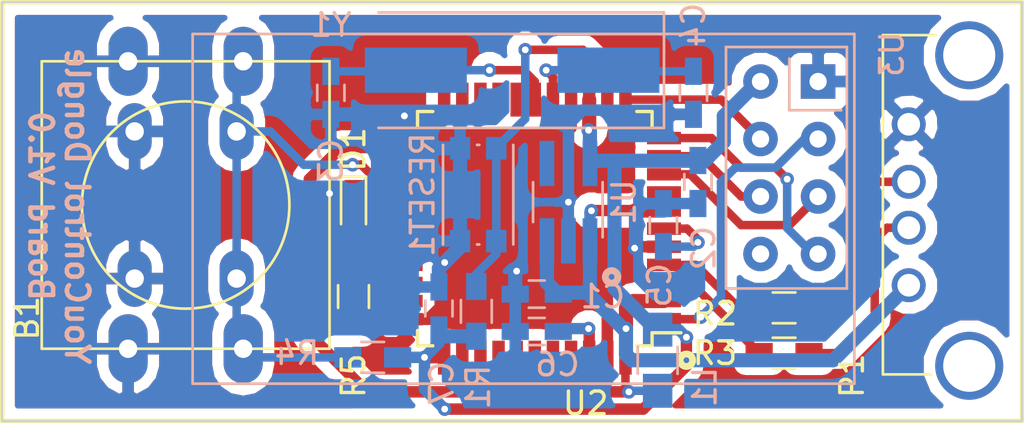
<source format=kicad_pcb>
(kicad_pcb (version 4) (host pcbnew 4.0.5)

  (general
    (links 63)
    (no_connects 1)
    (area 92.899999 19.823809 138.100001 38.794)
    (thickness 1.6)
    (drawings 11)
    (tracks 220)
    (zones 0)
    (modules 21)
    (nets 43)
  )

  (page A4)
  (layers
    (0 F.Cu signal)
    (31 B.Cu signal)
    (32 B.Adhes user)
    (33 F.Adhes user)
    (34 B.Paste user)
    (35 F.Paste user)
    (36 B.SilkS user)
    (37 F.SilkS user)
    (38 B.Mask user)
    (39 F.Mask user)
    (40 Dwgs.User user)
    (41 Cmts.User user)
    (42 Eco1.User user)
    (43 Eco2.User user)
    (44 Edge.Cuts user)
    (45 Margin user)
    (46 B.CrtYd user)
    (47 F.CrtYd user)
    (48 B.Fab user)
    (49 F.Fab user)
  )

  (setup
    (last_trace_width 0.25)
    (user_trace_width 0.25)
    (user_trace_width 0.375)
    (user_trace_width 0.5)
    (user_trace_width 0.508)
    (user_trace_width 0.625)
    (user_trace_width 0.75)
    (user_trace_width 1)
    (trace_clearance 0.2)
    (zone_clearance 0.508)
    (zone_45_only yes)
    (trace_min 0.2)
    (segment_width 0.2)
    (edge_width 0.1)
    (via_size 0.6)
    (via_drill 0.3)
    (via_min_size 0.4)
    (via_min_drill 0.3)
    (user_via 3.5 2.9)
    (uvia_size 0.3)
    (uvia_drill 0.1)
    (uvias_allowed no)
    (uvia_min_size 0.2)
    (uvia_min_drill 0.1)
    (pcb_text_width 0.3)
    (pcb_text_size 1.5 1.5)
    (mod_edge_width 0.15)
    (mod_text_size 1 1)
    (mod_text_width 0.15)
    (pad_size 1.5 1.5)
    (pad_drill 0.6)
    (pad_to_mask_clearance 0)
    (aux_axis_origin 0 0)
    (visible_elements 7FFFFFFF)
    (pcbplotparams
      (layerselection 0x010f0_80000001)
      (usegerberextensions false)
      (excludeedgelayer true)
      (linewidth 0.100000)
      (plotframeref false)
      (viasonmask false)
      (mode 1)
      (useauxorigin false)
      (hpglpennumber 1)
      (hpglpenspeed 20)
      (hpglpendiameter 15)
      (hpglpenoverlay 2)
      (psnegative false)
      (psa4output false)
      (plotreference true)
      (plotvalue true)
      (plotinvisibletext false)
      (padsonsilk false)
      (subtractmaskfromsilk false)
      (outputformat 1)
      (mirror false)
      (drillshape 0)
      (scaleselection 1)
      (outputdirectory gerbers/))
  )

  (net 0 "")
  (net 1 GND)
  (net 2 /BUTTON_A)
  (net 3 /BUTTON_B)
  (net 4 /BUTTON_X)
  (net 5 /BUTTON_Y)
  (net 6 /BUTTON_START)
  (net 7 /BUTTON_SELECT)
  (net 8 +5V)
  (net 9 +3V3)
  (net 10 "Net-(C3-Pad2)")
  (net 11 "Net-(C4-Pad2)")
  (net 12 "Net-(C5-Pad2)")
  (net 13 "Net-(C6-Pad2)")
  (net 14 /MISO)
  (net 15 /RESET)
  (net 16 /JOY_X)
  (net 17 /JOY_Y)
  (net 18 "Net-(L1-Pad2)")
  (net 19 /D-)
  (net 20 /D+)
  (net 21 /DEBUG_LED)
  (net 22 /SCLK)
  (net 23 /MOSI)
  (net 24 /NRF_CSN)
  (net 25 /NRF_CE)
  (net 26 /BUTTON_RB)
  (net 27 /BUTTON_LB)
  (net 28 /BUTTON_PAIR)
  (net 29 "Net-(D1-Pad2)")
  (net 30 "Net-(R2-Pad2)")
  (net 31 "Net-(R3-Pad2)")
  (net 32 "Net-(U1-Pad4)")
  (net 33 "Net-(U2-Pad8)")
  (net 34 "Net-(U2-Pad18)")
  (net 35 "Net-(U2-Pad19)")
  (net 36 "Net-(U2-Pad20)")
  (net 37 "Net-(U2-Pad21)")
  (net 38 "Net-(U2-Pad22)")
  (net 39 "Net-(U2-Pad40)")
  (net 40 "Net-(U2-Pad41)")
  (net 41 "Net-(U3-Pad8)")
  (net 42 "Net-(P1-Pad5)")

  (net_class Default "This is the default net class."
    (clearance 0.2)
    (trace_width 0.25)
    (via_dia 0.6)
    (via_drill 0.3)
    (uvia_dia 0.3)
    (uvia_drill 0.1)
    (add_net +3V3)
    (add_net +5V)
    (add_net /BUTTON_A)
    (add_net /BUTTON_B)
    (add_net /BUTTON_LB)
    (add_net /BUTTON_PAIR)
    (add_net /BUTTON_RB)
    (add_net /BUTTON_SELECT)
    (add_net /BUTTON_START)
    (add_net /BUTTON_X)
    (add_net /BUTTON_Y)
    (add_net /D+)
    (add_net /D-)
    (add_net /DEBUG_LED)
    (add_net /JOY_X)
    (add_net /JOY_Y)
    (add_net /MISO)
    (add_net /MOSI)
    (add_net /NRF_CE)
    (add_net /NRF_CSN)
    (add_net /RESET)
    (add_net /SCLK)
    (add_net GND)
    (add_net "Net-(C3-Pad2)")
    (add_net "Net-(C4-Pad2)")
    (add_net "Net-(C5-Pad2)")
    (add_net "Net-(C6-Pad2)")
    (add_net "Net-(D1-Pad2)")
    (add_net "Net-(L1-Pad2)")
    (add_net "Net-(P1-Pad5)")
    (add_net "Net-(R2-Pad2)")
    (add_net "Net-(R3-Pad2)")
    (add_net "Net-(U1-Pad4)")
    (add_net "Net-(U2-Pad18)")
    (add_net "Net-(U2-Pad19)")
    (add_net "Net-(U2-Pad20)")
    (add_net "Net-(U2-Pad21)")
    (add_net "Net-(U2-Pad22)")
    (add_net "Net-(U2-Pad40)")
    (add_net "Net-(U2-Pad41)")
    (add_net "Net-(U2-Pad8)")
    (add_net "Net-(U3-Pad8)")
  )

  (module Housings_QFP:TQFP-44_10x10mm_Pitch0.8mm (layer F.Cu) (tedit 58D83BAC) (tstamp 58BB9149)
    (at 116.5 30 180)
    (descr "44-Lead Plastic Thin Quad Flatpack (PT) - 10x10x1.0 mm Body [TQFP] (see Microchip Packaging Specification 00000049BS.pdf)")
    (tags "QFP 0.8")
    (path /58B94903)
    (attr smd)
    (fp_text reference U2 (at -2.245 -7.719 180) (layer F.SilkS)
      (effects (font (size 1 1) (thickness 0.15)))
    )
    (fp_text value ATMEGA32U4RC-A (at 0 7.45 180) (layer F.Fab)
      (effects (font (size 1 1) (thickness 0.15)))
    )
    (fp_text user %R (at -2.245 -7.719 360) (layer F.Fab)
      (effects (font (size 1 1) (thickness 0.15)))
    )
    (fp_line (start -4 -5) (end 5 -5) (layer F.Fab) (width 0.15))
    (fp_line (start 5 -5) (end 5 5) (layer F.Fab) (width 0.15))
    (fp_line (start 5 5) (end -5 5) (layer F.Fab) (width 0.15))
    (fp_line (start -5 5) (end -5 -4) (layer F.Fab) (width 0.15))
    (fp_line (start -5 -4) (end -4 -5) (layer F.Fab) (width 0.15))
    (fp_line (start -6.7 -6.7) (end -6.7 6.7) (layer F.CrtYd) (width 0.05))
    (fp_line (start 6.7 -6.7) (end 6.7 6.7) (layer F.CrtYd) (width 0.05))
    (fp_line (start -6.7 -6.7) (end 6.7 -6.7) (layer F.CrtYd) (width 0.05))
    (fp_line (start -6.7 6.7) (end 6.7 6.7) (layer F.CrtYd) (width 0.05))
    (fp_line (start -5.175 -5.175) (end -5.175 -4.6) (layer F.SilkS) (width 0.15))
    (fp_line (start 5.175 -5.175) (end 5.175 -4.5) (layer F.SilkS) (width 0.15))
    (fp_line (start 5.175 5.175) (end 5.175 4.5) (layer F.SilkS) (width 0.15))
    (fp_line (start -5.175 5.175) (end -5.175 4.5) (layer F.SilkS) (width 0.15))
    (fp_line (start -5.175 -5.175) (end -4.5 -5.175) (layer F.SilkS) (width 0.15))
    (fp_line (start -5.175 5.175) (end -4.5 5.175) (layer F.SilkS) (width 0.15))
    (fp_line (start 5.175 5.175) (end 4.5 5.175) (layer F.SilkS) (width 0.15))
    (fp_line (start 5.175 -5.175) (end 4.5 -5.175) (layer F.SilkS) (width 0.15))
    (fp_line (start -5.175 -4.6) (end -6.45 -4.6) (layer F.SilkS) (width 0.15))
    (pad 1 smd rect (at -5.7 -4 180) (size 1.5 0.55) (layers F.Cu F.Paste F.Mask)
      (net 25 /NRF_CE))
    (pad 2 smd rect (at -5.7 -3.2 180) (size 1.5 0.55) (layers F.Cu F.Paste F.Mask)
      (net 8 +5V))
    (pad 3 smd rect (at -5.7 -2.4 180) (size 1.5 0.55) (layers F.Cu F.Paste F.Mask)
      (net 31 "Net-(R3-Pad2)"))
    (pad 4 smd rect (at -5.7 -1.6 180) (size 1.5 0.55) (layers F.Cu F.Paste F.Mask)
      (net 30 "Net-(R2-Pad2)"))
    (pad 5 smd rect (at -5.7 -0.8 180) (size 1.5 0.55) (layers F.Cu F.Paste F.Mask)
      (net 1 GND))
    (pad 6 smd rect (at -5.7 0 180) (size 1.5 0.55) (layers F.Cu F.Paste F.Mask)
      (net 12 "Net-(C5-Pad2)"))
    (pad 7 smd rect (at -5.7 0.8 180) (size 1.5 0.55) (layers F.Cu F.Paste F.Mask)
      (net 8 +5V))
    (pad 8 smd rect (at -5.7 1.6 180) (size 1.5 0.55) (layers F.Cu F.Paste F.Mask)
      (net 33 "Net-(U2-Pad8)"))
    (pad 9 smd rect (at -5.7 2.4 180) (size 1.5 0.55) (layers F.Cu F.Paste F.Mask)
      (net 22 /SCLK))
    (pad 10 smd rect (at -5.7 3.2 180) (size 1.5 0.55) (layers F.Cu F.Paste F.Mask)
      (net 23 /MOSI))
    (pad 11 smd rect (at -5.7 4 180) (size 1.5 0.55) (layers F.Cu F.Paste F.Mask)
      (net 14 /MISO))
    (pad 12 smd rect (at -4 5.7 270) (size 1.5 0.55) (layers F.Cu F.Paste F.Mask)
      (net 24 /NRF_CSN))
    (pad 13 smd rect (at -3.2 5.7 270) (size 1.5 0.55) (layers F.Cu F.Paste F.Mask)
      (net 15 /RESET))
    (pad 14 smd rect (at -2.4 5.7 270) (size 1.5 0.55) (layers F.Cu F.Paste F.Mask)
      (net 9 +3V3))
    (pad 15 smd rect (at -1.6 5.7 270) (size 1.5 0.55) (layers F.Cu F.Paste F.Mask)
      (net 1 GND))
    (pad 16 smd rect (at -0.8 5.7 270) (size 1.5 0.55) (layers F.Cu F.Paste F.Mask)
      (net 11 "Net-(C4-Pad2)"))
    (pad 17 smd rect (at 0 5.7 270) (size 1.5 0.55) (layers F.Cu F.Paste F.Mask)
      (net 10 "Net-(C3-Pad2)"))
    (pad 18 smd rect (at 0.8 5.7 270) (size 1.5 0.55) (layers F.Cu F.Paste F.Mask)
      (net 34 "Net-(U2-Pad18)"))
    (pad 19 smd rect (at 1.6 5.7 270) (size 1.5 0.55) (layers F.Cu F.Paste F.Mask)
      (net 35 "Net-(U2-Pad19)"))
    (pad 20 smd rect (at 2.4 5.7 270) (size 1.5 0.55) (layers F.Cu F.Paste F.Mask)
      (net 36 "Net-(U2-Pad20)"))
    (pad 21 smd rect (at 3.2 5.7 270) (size 1.5 0.55) (layers F.Cu F.Paste F.Mask)
      (net 37 "Net-(U2-Pad21)"))
    (pad 22 smd rect (at 4 5.7 270) (size 1.5 0.55) (layers F.Cu F.Paste F.Mask)
      (net 38 "Net-(U2-Pad22)"))
    (pad 23 smd rect (at 5.7 4 180) (size 1.5 0.55) (layers F.Cu F.Paste F.Mask)
      (net 1 GND))
    (pad 24 smd rect (at 5.7 3.2 180) (size 1.5 0.55) (layers F.Cu F.Paste F.Mask)
      (net 18 "Net-(L1-Pad2)"))
    (pad 25 smd rect (at 5.7 2.4 180) (size 1.5 0.55) (layers F.Cu F.Paste F.Mask)
      (net 28 /BUTTON_PAIR))
    (pad 26 smd rect (at 5.7 1.6 180) (size 1.5 0.55) (layers F.Cu F.Paste F.Mask)
      (net 7 /BUTTON_SELECT))
    (pad 27 smd rect (at 5.7 0.8 180) (size 1.5 0.55) (layers F.Cu F.Paste F.Mask)
      (net 6 /BUTTON_START))
    (pad 28 smd rect (at 5.7 0 180) (size 1.5 0.55) (layers F.Cu F.Paste F.Mask)
      (net 2 /BUTTON_A))
    (pad 29 smd rect (at 5.7 -0.8 180) (size 1.5 0.55) (layers F.Cu F.Paste F.Mask)
      (net 3 /BUTTON_B))
    (pad 30 smd rect (at 5.7 -1.6 180) (size 1.5 0.55) (layers F.Cu F.Paste F.Mask)
      (net 5 /BUTTON_Y))
    (pad 31 smd rect (at 5.7 -2.4 180) (size 1.5 0.55) (layers F.Cu F.Paste F.Mask)
      (net 4 /BUTTON_X))
    (pad 32 smd rect (at 5.7 -3.2 180) (size 1.5 0.55) (layers F.Cu F.Paste F.Mask)
      (net 21 /DEBUG_LED))
    (pad 33 smd rect (at 5.7 -4 180) (size 1.5 0.55) (layers F.Cu F.Paste F.Mask)
      (net 1 GND))
    (pad 34 smd rect (at 4 -5.7 270) (size 1.5 0.55) (layers F.Cu F.Paste F.Mask)
      (net 9 +3V3))
    (pad 35 smd rect (at 3.2 -5.7 270) (size 1.5 0.55) (layers F.Cu F.Paste F.Mask)
      (net 1 GND))
    (pad 36 smd rect (at 2.4 -5.7 270) (size 1.5 0.55) (layers F.Cu F.Paste F.Mask)
      (net 17 /JOY_Y))
    (pad 37 smd rect (at 1.6 -5.7 270) (size 1.5 0.55) (layers F.Cu F.Paste F.Mask)
      (net 16 /JOY_X))
    (pad 38 smd rect (at 0.8 -5.7 270) (size 1.5 0.55) (layers F.Cu F.Paste F.Mask)
      (net 26 /BUTTON_RB))
    (pad 39 smd rect (at 0 -5.7 270) (size 1.5 0.55) (layers F.Cu F.Paste F.Mask)
      (net 27 /BUTTON_LB))
    (pad 40 smd rect (at -0.8 -5.7 270) (size 1.5 0.55) (layers F.Cu F.Paste F.Mask)
      (net 39 "Net-(U2-Pad40)"))
    (pad 41 smd rect (at -1.6 -5.7 270) (size 1.5 0.55) (layers F.Cu F.Paste F.Mask)
      (net 40 "Net-(U2-Pad41)"))
    (pad 42 smd rect (at -2.4 -5.7 270) (size 1.5 0.55) (layers F.Cu F.Paste F.Mask)
      (net 13 "Net-(C6-Pad2)"))
    (pad 43 smd rect (at -3.2 -5.7 270) (size 1.5 0.55) (layers F.Cu F.Paste F.Mask)
      (net 1 GND))
    (pad 44 smd rect (at -4 -5.7 270) (size 1.5 0.55) (layers F.Cu F.Paste F.Mask)
      (net 18 "Net-(L1-Pad2)"))
    (model Housings_QFP.3dshapes/TQFP-44_10x10mm_Pitch0.8mm.wrl
      (at (xyz 0 0 0))
      (scale (xyz 1 1 1))
      (rotate (xyz 0 0 0))
    )
  )

  (module Resistors_SMD:R_0603_HandSoldering (layer F.Cu) (tedit 58D83D11) (tstamp 58BB9002)
    (at 127.5 35.5 180)
    (descr "Resistor SMD 0603, hand soldering")
    (tags "resistor 0603")
    (path /58BAC7EB)
    (attr smd)
    (fp_text reference R3 (at 3.048 0 180) (layer F.SilkS)
      (effects (font (size 1 1) (thickness 0.15)))
    )
    (fp_text value 22 (at 0 0 180) (layer F.Fab)
      (effects (font (size 1 1) (thickness 0.15)))
    )
    (fp_text user %R (at 3.048 0 180) (layer F.Fab)
      (effects (font (size 1 1) (thickness 0.15)))
    )
    (fp_line (start -0.8 0.4) (end -0.8 -0.4) (layer F.Fab) (width 0.1))
    (fp_line (start 0.8 0.4) (end -0.8 0.4) (layer F.Fab) (width 0.1))
    (fp_line (start 0.8 -0.4) (end 0.8 0.4) (layer F.Fab) (width 0.1))
    (fp_line (start -0.8 -0.4) (end 0.8 -0.4) (layer F.Fab) (width 0.1))
    (fp_line (start 0.5 0.68) (end -0.5 0.68) (layer F.SilkS) (width 0.12))
    (fp_line (start -0.5 -0.68) (end 0.5 -0.68) (layer F.SilkS) (width 0.12))
    (fp_line (start -1.96 -0.7) (end 1.95 -0.7) (layer F.CrtYd) (width 0.05))
    (fp_line (start -1.96 -0.7) (end -1.96 0.7) (layer F.CrtYd) (width 0.05))
    (fp_line (start 1.95 0.7) (end 1.95 -0.7) (layer F.CrtYd) (width 0.05))
    (fp_line (start 1.95 0.7) (end -1.96 0.7) (layer F.CrtYd) (width 0.05))
    (pad 1 smd rect (at -1.1 0 180) (size 1.2 0.9) (layers F.Cu F.Paste F.Mask)
      (net 19 /D-))
    (pad 2 smd rect (at 1.1 0 180) (size 1.2 0.9) (layers F.Cu F.Paste F.Mask)
      (net 31 "Net-(R3-Pad2)"))
    (model Resistors_SMD.3dshapes/R_0603.wrl
      (at (xyz 0 0 0))
      (scale (xyz 1 1 1))
      (rotate (xyz 0 0 0))
    )
  )

  (module Capacitors_SMD:C_0603_HandSoldering (layer B.Cu) (tedit 58D82FCF) (tstamp 58BB8528)
    (at 116.586 32.893 180)
    (descr "Capacitor SMD 0603, hand soldering")
    (tags "capacitor 0603")
    (path /58B930AA)
    (attr smd)
    (fp_text reference C1 (at -2.914 -0.107 180) (layer B.SilkS)
      (effects (font (size 1 1) (thickness 0.15)) (justify mirror))
    )
    (fp_text value 10nF (at 0 1.524 180) (layer B.Fab)
      (effects (font (size 1 1) (thickness 0.15)) (justify mirror))
    )
    (fp_text user %R (at -2.914 -0.107 180) (layer B.Fab)
      (effects (font (size 1 1) (thickness 0.15)) (justify mirror))
    )
    (fp_line (start -0.8 -0.4) (end -0.8 0.4) (layer B.Fab) (width 0.1))
    (fp_line (start 0.8 -0.4) (end -0.8 -0.4) (layer B.Fab) (width 0.1))
    (fp_line (start 0.8 0.4) (end 0.8 -0.4) (layer B.Fab) (width 0.1))
    (fp_line (start -0.8 0.4) (end 0.8 0.4) (layer B.Fab) (width 0.1))
    (fp_line (start -0.35 0.6) (end 0.35 0.6) (layer B.SilkS) (width 0.12))
    (fp_line (start 0.35 -0.6) (end -0.35 -0.6) (layer B.SilkS) (width 0.12))
    (fp_line (start -1.8 0.65) (end 1.8 0.65) (layer B.CrtYd) (width 0.05))
    (fp_line (start -1.8 0.65) (end -1.8 -0.65) (layer B.CrtYd) (width 0.05))
    (fp_line (start 1.8 -0.65) (end 1.8 0.65) (layer B.CrtYd) (width 0.05))
    (fp_line (start 1.8 -0.65) (end -1.8 -0.65) (layer B.CrtYd) (width 0.05))
    (pad 1 smd rect (at -0.95 0 180) (size 1.2 0.75) (layers B.Cu B.Paste B.Mask)
      (net 8 +5V))
    (pad 2 smd rect (at 0.95 0 180) (size 1.2 0.75) (layers B.Cu B.Paste B.Mask)
      (net 1 GND))
    (model Capacitors_SMD.3dshapes/C_0603.wrl
      (at (xyz 0 0 0))
      (scale (xyz 1 1 1))
      (rotate (xyz 0 0 0))
    )
  )

  (module Capacitors_SMD:C_0603_HandSoldering (layer B.Cu) (tedit 58D8311E) (tstamp 58BB8539)
    (at 123.698 27.94 270)
    (descr "Capacitor SMD 0603, hand soldering")
    (tags "capacitor 0603")
    (path /58B9313B)
    (attr smd)
    (fp_text reference C2 (at 2.921 -0.254 270) (layer B.SilkS)
      (effects (font (size 1 1) (thickness 0.15)) (justify mirror))
    )
    (fp_text value 10nF (at 0 -1.5 270) (layer B.Fab)
      (effects (font (size 1 1) (thickness 0.15)) (justify mirror))
    )
    (fp_text user %R (at 2.921 -0.254 270) (layer B.Fab)
      (effects (font (size 1 1) (thickness 0.15)) (justify mirror))
    )
    (fp_line (start -0.8 -0.4) (end -0.8 0.4) (layer B.Fab) (width 0.1))
    (fp_line (start 0.8 -0.4) (end -0.8 -0.4) (layer B.Fab) (width 0.1))
    (fp_line (start 0.8 0.4) (end 0.8 -0.4) (layer B.Fab) (width 0.1))
    (fp_line (start -0.8 0.4) (end 0.8 0.4) (layer B.Fab) (width 0.1))
    (fp_line (start -0.35 0.6) (end 0.35 0.6) (layer B.SilkS) (width 0.12))
    (fp_line (start 0.35 -0.6) (end -0.35 -0.6) (layer B.SilkS) (width 0.12))
    (fp_line (start -1.8 0.65) (end 1.8 0.65) (layer B.CrtYd) (width 0.05))
    (fp_line (start -1.8 0.65) (end -1.8 -0.65) (layer B.CrtYd) (width 0.05))
    (fp_line (start 1.8 -0.65) (end 1.8 0.65) (layer B.CrtYd) (width 0.05))
    (fp_line (start 1.8 -0.65) (end -1.8 -0.65) (layer B.CrtYd) (width 0.05))
    (pad 1 smd rect (at -0.95 0 270) (size 1.2 0.75) (layers B.Cu B.Paste B.Mask)
      (net 9 +3V3))
    (pad 2 smd rect (at 0.95 0 270) (size 1.2 0.75) (layers B.Cu B.Paste B.Mask)
      (net 1 GND))
    (model Capacitors_SMD.3dshapes/C_0603.wrl
      (at (xyz 0 0 0))
      (scale (xyz 1 1 1))
      (rotate (xyz 0 0 0))
    )
  )

  (module Capacitors_SMD:C_0603_HandSoldering (layer B.Cu) (tedit 58D83037) (tstamp 58BB854A)
    (at 107.5 24 90)
    (descr "Capacitor SMD 0603, hand soldering")
    (tags "capacitor 0603")
    (path /58BA7712)
    (attr smd)
    (fp_text reference C3 (at -3 0 90) (layer B.SilkS)
      (effects (font (size 1 1) (thickness 0.15)) (justify mirror))
    )
    (fp_text value 25pF (at 0 1.524 90) (layer B.Fab)
      (effects (font (size 1 1) (thickness 0.15)) (justify mirror))
    )
    (fp_text user %R (at -3 0 90) (layer B.Fab)
      (effects (font (size 1 1) (thickness 0.15)) (justify mirror))
    )
    (fp_line (start -0.8 -0.4) (end -0.8 0.4) (layer B.Fab) (width 0.1))
    (fp_line (start 0.8 -0.4) (end -0.8 -0.4) (layer B.Fab) (width 0.1))
    (fp_line (start 0.8 0.4) (end 0.8 -0.4) (layer B.Fab) (width 0.1))
    (fp_line (start -0.8 0.4) (end 0.8 0.4) (layer B.Fab) (width 0.1))
    (fp_line (start -0.35 0.6) (end 0.35 0.6) (layer B.SilkS) (width 0.12))
    (fp_line (start 0.35 -0.6) (end -0.35 -0.6) (layer B.SilkS) (width 0.12))
    (fp_line (start -1.8 0.65) (end 1.8 0.65) (layer B.CrtYd) (width 0.05))
    (fp_line (start -1.8 0.65) (end -1.8 -0.65) (layer B.CrtYd) (width 0.05))
    (fp_line (start 1.8 -0.65) (end 1.8 0.65) (layer B.CrtYd) (width 0.05))
    (fp_line (start 1.8 -0.65) (end -1.8 -0.65) (layer B.CrtYd) (width 0.05))
    (pad 1 smd rect (at -0.95 0 90) (size 1.2 0.75) (layers B.Cu B.Paste B.Mask)
      (net 1 GND))
    (pad 2 smd rect (at 0.95 0 90) (size 1.2 0.75) (layers B.Cu B.Paste B.Mask)
      (net 10 "Net-(C3-Pad2)"))
    (model Capacitors_SMD.3dshapes/C_0603.wrl
      (at (xyz 0 0 0))
      (scale (xyz 1 1 1))
      (rotate (xyz 0 0 0))
    )
  )

  (module Capacitors_SMD:C_0603_HandSoldering (layer B.Cu) (tedit 58D82FA0) (tstamp 58BB855B)
    (at 123.5 24 90)
    (descr "Capacitor SMD 0603, hand soldering")
    (tags "capacitor 0603")
    (path /58BA7718)
    (attr smd)
    (fp_text reference C4 (at 3 0 90) (layer B.SilkS)
      (effects (font (size 1 1) (thickness 0.15)) (justify mirror))
    )
    (fp_text value 25pF (at 0 -1.5 90) (layer B.Fab)
      (effects (font (size 1 1) (thickness 0.15)) (justify mirror))
    )
    (fp_text user %R (at 3 0 90) (layer B.Fab)
      (effects (font (size 1 1) (thickness 0.15)) (justify mirror))
    )
    (fp_line (start -0.8 -0.4) (end -0.8 0.4) (layer B.Fab) (width 0.1))
    (fp_line (start 0.8 -0.4) (end -0.8 -0.4) (layer B.Fab) (width 0.1))
    (fp_line (start 0.8 0.4) (end 0.8 -0.4) (layer B.Fab) (width 0.1))
    (fp_line (start -0.8 0.4) (end 0.8 0.4) (layer B.Fab) (width 0.1))
    (fp_line (start -0.35 0.6) (end 0.35 0.6) (layer B.SilkS) (width 0.12))
    (fp_line (start 0.35 -0.6) (end -0.35 -0.6) (layer B.SilkS) (width 0.12))
    (fp_line (start -1.8 0.65) (end 1.8 0.65) (layer B.CrtYd) (width 0.05))
    (fp_line (start -1.8 0.65) (end -1.8 -0.65) (layer B.CrtYd) (width 0.05))
    (fp_line (start 1.8 -0.65) (end 1.8 0.65) (layer B.CrtYd) (width 0.05))
    (fp_line (start 1.8 -0.65) (end -1.8 -0.65) (layer B.CrtYd) (width 0.05))
    (pad 1 smd rect (at -0.95 0 90) (size 1.2 0.75) (layers B.Cu B.Paste B.Mask)
      (net 1 GND))
    (pad 2 smd rect (at 0.95 0 90) (size 1.2 0.75) (layers B.Cu B.Paste B.Mask)
      (net 11 "Net-(C4-Pad2)"))
    (model Capacitors_SMD.3dshapes/C_0603.wrl
      (at (xyz 0 0 0))
      (scale (xyz 1 1 1))
      (rotate (xyz 0 0 0))
    )
  )

  (module Capacitors_SMD:C_0603_HandSoldering (layer B.Cu) (tedit 58D82FB1) (tstamp 58BB856C)
    (at 122.174 29.845 270)
    (descr "Capacitor SMD 0603, hand soldering")
    (tags "capacitor 0603")
    (path /58BAAC1A)
    (attr smd)
    (fp_text reference C5 (at 2.655 0.174 270) (layer B.SilkS)
      (effects (font (size 1 1) (thickness 0.15)) (justify mirror))
    )
    (fp_text value 1uF (at 0 0 270) (layer B.Fab)
      (effects (font (size 1 1) (thickness 0.15)) (justify mirror))
    )
    (fp_text user %R (at 2.655 0.174 270) (layer B.Fab)
      (effects (font (size 1 1) (thickness 0.15)) (justify mirror))
    )
    (fp_line (start -0.8 -0.4) (end -0.8 0.4) (layer B.Fab) (width 0.1))
    (fp_line (start 0.8 -0.4) (end -0.8 -0.4) (layer B.Fab) (width 0.1))
    (fp_line (start 0.8 0.4) (end 0.8 -0.4) (layer B.Fab) (width 0.1))
    (fp_line (start -0.8 0.4) (end 0.8 0.4) (layer B.Fab) (width 0.1))
    (fp_line (start -0.35 0.6) (end 0.35 0.6) (layer B.SilkS) (width 0.12))
    (fp_line (start 0.35 -0.6) (end -0.35 -0.6) (layer B.SilkS) (width 0.12))
    (fp_line (start -1.8 0.65) (end 1.8 0.65) (layer B.CrtYd) (width 0.05))
    (fp_line (start -1.8 0.65) (end -1.8 -0.65) (layer B.CrtYd) (width 0.05))
    (fp_line (start 1.8 -0.65) (end 1.8 0.65) (layer B.CrtYd) (width 0.05))
    (fp_line (start 1.8 -0.65) (end -1.8 -0.65) (layer B.CrtYd) (width 0.05))
    (pad 1 smd rect (at -0.95 0 270) (size 1.2 0.75) (layers B.Cu B.Paste B.Mask)
      (net 1 GND))
    (pad 2 smd rect (at 0.95 0 270) (size 1.2 0.75) (layers B.Cu B.Paste B.Mask)
      (net 12 "Net-(C5-Pad2)"))
    (model Capacitors_SMD.3dshapes/C_0603.wrl
      (at (xyz 0 0 0))
      (scale (xyz 1 1 1))
      (rotate (xyz 0 0 0))
    )
  )

  (module Capacitors_SMD:C_0603_HandSoldering (layer B.Cu) (tedit 58D82FC6) (tstamp 58BB857D)
    (at 116.586 34.544)
    (descr "Capacitor SMD 0603, hand soldering")
    (tags "capacitor 0603")
    (path /58BB9E83)
    (attr smd)
    (fp_text reference C6 (at 0.914 1.456) (layer B.SilkS)
      (effects (font (size 1 1) (thickness 0.15)) (justify mirror))
    )
    (fp_text value 0.1uF (at 0 -1.5) (layer B.Fab)
      (effects (font (size 1 1) (thickness 0.15)) (justify mirror))
    )
    (fp_text user %R (at 0.914 1.456) (layer B.Fab)
      (effects (font (size 1 1) (thickness 0.15)) (justify mirror))
    )
    (fp_line (start -0.8 -0.4) (end -0.8 0.4) (layer B.Fab) (width 0.1))
    (fp_line (start 0.8 -0.4) (end -0.8 -0.4) (layer B.Fab) (width 0.1))
    (fp_line (start 0.8 0.4) (end 0.8 -0.4) (layer B.Fab) (width 0.1))
    (fp_line (start -0.8 0.4) (end 0.8 0.4) (layer B.Fab) (width 0.1))
    (fp_line (start -0.35 0.6) (end 0.35 0.6) (layer B.SilkS) (width 0.12))
    (fp_line (start 0.35 -0.6) (end -0.35 -0.6) (layer B.SilkS) (width 0.12))
    (fp_line (start -1.8 0.65) (end 1.8 0.65) (layer B.CrtYd) (width 0.05))
    (fp_line (start -1.8 0.65) (end -1.8 -0.65) (layer B.CrtYd) (width 0.05))
    (fp_line (start 1.8 -0.65) (end 1.8 0.65) (layer B.CrtYd) (width 0.05))
    (fp_line (start 1.8 -0.65) (end -1.8 -0.65) (layer B.CrtYd) (width 0.05))
    (pad 1 smd rect (at -0.95 0) (size 1.2 0.75) (layers B.Cu B.Paste B.Mask)
      (net 1 GND))
    (pad 2 smd rect (at 0.95 0) (size 1.2 0.75) (layers B.Cu B.Paste B.Mask)
      (net 13 "Net-(C6-Pad2)"))
    (model Capacitors_SMD.3dshapes/C_0603.wrl
      (at (xyz 0 0 0))
      (scale (xyz 1 1 1))
      (rotate (xyz 0 0 0))
    )
  )

  (module Capacitors_SMD:C_0603_HandSoldering (layer B.Cu) (tedit 58D8314E) (tstamp 58BB858E)
    (at 112.268 33.528 270)
    (descr "Capacitor SMD 0603, hand soldering")
    (tags "capacitor 0603")
    (path /58BFF6A5)
    (attr smd)
    (fp_text reference C7 (at 3.302 -0.127 270) (layer B.SilkS)
      (effects (font (size 1 1) (thickness 0.15)) (justify mirror))
    )
    (fp_text value 1uF (at 0 -1.5 270) (layer B.Fab)
      (effects (font (size 1 1) (thickness 0.15)) (justify mirror))
    )
    (fp_text user %R (at 3.302 -0.127 270) (layer B.Fab)
      (effects (font (size 1 1) (thickness 0.15)) (justify mirror))
    )
    (fp_line (start -0.8 -0.4) (end -0.8 0.4) (layer B.Fab) (width 0.1))
    (fp_line (start 0.8 -0.4) (end -0.8 -0.4) (layer B.Fab) (width 0.1))
    (fp_line (start 0.8 0.4) (end 0.8 -0.4) (layer B.Fab) (width 0.1))
    (fp_line (start -0.8 0.4) (end 0.8 0.4) (layer B.Fab) (width 0.1))
    (fp_line (start -0.35 0.6) (end 0.35 0.6) (layer B.SilkS) (width 0.12))
    (fp_line (start 0.35 -0.6) (end -0.35 -0.6) (layer B.SilkS) (width 0.12))
    (fp_line (start -1.8 0.65) (end 1.8 0.65) (layer B.CrtYd) (width 0.05))
    (fp_line (start -1.8 0.65) (end -1.8 -0.65) (layer B.CrtYd) (width 0.05))
    (fp_line (start 1.8 -0.65) (end 1.8 0.65) (layer B.CrtYd) (width 0.05))
    (fp_line (start 1.8 -0.65) (end -1.8 -0.65) (layer B.CrtYd) (width 0.05))
    (pad 1 smd rect (at -0.95 0 270) (size 1.2 0.75) (layers B.Cu B.Paste B.Mask)
      (net 1 GND))
    (pad 2 smd rect (at 0.95 0 270) (size 1.2 0.75) (layers B.Cu B.Paste B.Mask)
      (net 9 +3V3))
    (model Capacitors_SMD.3dshapes/C_0603.wrl
      (at (xyz 0 0 0))
      (scale (xyz 1 1 1))
      (rotate (xyz 0 0 0))
    )
  )

  (module Diodes_SMD:D_0603 (layer F.Cu) (tedit 58D83DBE) (tstamp 58BB85D3)
    (at 108.5 29 270)
    (descr "Diode SMD in 0603 package")
    (tags "smd diode")
    (path /58B8D242)
    (attr smd)
    (fp_text reference D1 (at -2.5 0 270) (layer F.SilkS)
      (effects (font (size 1 1) (thickness 0.15)))
    )
    (fp_text value LED_GREEN (at 0 -1.5 270) (layer F.Fab)
      (effects (font (size 1 1) (thickness 0.15)))
    )
    (fp_line (start -1.3 -0.55) (end -1.3 0.55) (layer F.SilkS) (width 0.12))
    (fp_line (start 1.4 0.65) (end 1.4 -0.65) (layer F.CrtYd) (width 0.05))
    (fp_line (start -1.4 0.65) (end 1.4 0.65) (layer F.CrtYd) (width 0.05))
    (fp_line (start -1.4 -0.65) (end -1.4 0.65) (layer F.CrtYd) (width 0.05))
    (fp_line (start 1.4 -0.65) (end -1.4 -0.65) (layer F.CrtYd) (width 0.05))
    (fp_line (start 0.2 0) (end 0.4 0) (layer F.Fab) (width 0.1))
    (fp_line (start -0.1 0) (end -0.3 0) (layer F.Fab) (width 0.1))
    (fp_line (start -0.1 -0.2) (end -0.1 0.2) (layer F.Fab) (width 0.1))
    (fp_line (start 0.2 0.2) (end 0.2 -0.2) (layer F.Fab) (width 0.1))
    (fp_line (start -0.1 0) (end 0.2 0.2) (layer F.Fab) (width 0.1))
    (fp_line (start 0.2 -0.2) (end -0.1 0) (layer F.Fab) (width 0.1))
    (fp_line (start -0.8 0.4) (end -0.8 -0.4) (layer F.Fab) (width 0.1))
    (fp_line (start 0.8 0.4) (end -0.8 0.4) (layer F.Fab) (width 0.1))
    (fp_line (start 0.8 -0.4) (end 0.8 0.4) (layer F.Fab) (width 0.1))
    (fp_line (start -0.8 -0.4) (end 0.8 -0.4) (layer F.Fab) (width 0.1))
    (fp_line (start -1.3 0.55) (end 0.8 0.55) (layer F.SilkS) (width 0.12))
    (fp_line (start -1.3 -0.55) (end 0.8 -0.55) (layer F.SilkS) (width 0.12))
    (pad 1 smd rect (at -0.85 0 270) (size 0.6 0.8) (layers F.Cu F.Paste F.Mask)
      (net 1 GND))
    (pad 2 smd rect (at 0.85 0 270) (size 0.6 0.8) (layers F.Cu F.Paste F.Mask)
      (net 29 "Net-(D1-Pad2)"))
  )

  (module Resistors_SMD:R_0805_HandSoldering (layer B.Cu) (tedit 58D83F19) (tstamp 58BB8F64)
    (at 121.92 35.814 270)
    (descr "Resistor SMD 0805, hand soldering")
    (tags "resistor 0805")
    (path /58BA0802)
    (attr smd)
    (fp_text reference L1 (at 1.186 -2.08 270) (layer B.SilkS)
      (effects (font (size 1 1) (thickness 0.15)) (justify mirror))
    )
    (fp_text value MH2029-300Y (at 1.778 -6.096 360) (layer B.Fab)
      (effects (font (size 1 1) (thickness 0.15)) (justify mirror))
    )
    (fp_text user %R (at 1.186 -2.08 270) (layer B.Fab)
      (effects (font (size 1 1) (thickness 0.15)) (justify mirror))
    )
    (fp_line (start -1 -0.62) (end -1 0.62) (layer B.Fab) (width 0.1))
    (fp_line (start 1 -0.62) (end -1 -0.62) (layer B.Fab) (width 0.1))
    (fp_line (start 1 0.62) (end 1 -0.62) (layer B.Fab) (width 0.1))
    (fp_line (start -1 0.62) (end 1 0.62) (layer B.Fab) (width 0.1))
    (fp_line (start 0.6 -0.88) (end -0.6 -0.88) (layer B.SilkS) (width 0.12))
    (fp_line (start -0.6 0.88) (end 0.6 0.88) (layer B.SilkS) (width 0.12))
    (fp_line (start -2.35 0.9) (end 2.35 0.9) (layer B.CrtYd) (width 0.05))
    (fp_line (start -2.35 0.9) (end -2.35 -0.9) (layer B.CrtYd) (width 0.05))
    (fp_line (start 2.35 -0.9) (end 2.35 0.9) (layer B.CrtYd) (width 0.05))
    (fp_line (start 2.35 -0.9) (end -2.35 -0.9) (layer B.CrtYd) (width 0.05))
    (pad 1 smd rect (at -1.35 0 270) (size 1.5 1.3) (layers B.Cu B.Paste B.Mask)
      (net 9 +3V3))
    (pad 2 smd rect (at 1.35 0 270) (size 1.5 1.3) (layers B.Cu B.Paste B.Mask)
      (net 18 "Net-(L1-Pad2)"))
    (model Resistors_SMD.3dshapes/R_0805.wrl
      (at (xyz 0 0 0))
      (scale (xyz 1 1 1))
      (rotate (xyz 0 0 0))
    )
  )

  (module Resistors_SMD:R_0603_HandSoldering (layer B.Cu) (tedit 58D83CE2) (tstamp 58BB8FE0)
    (at 113.919 33.655 270)
    (descr "Resistor SMD 0603, hand soldering")
    (tags "resistor 0603")
    (path /58BA2FF3)
    (attr smd)
    (fp_text reference R1 (at 3.345 -0.081 270) (layer B.SilkS)
      (effects (font (size 1 1) (thickness 0.15)) (justify mirror))
    )
    (fp_text value 10k (at 0 -1.55 270) (layer B.Fab)
      (effects (font (size 1 1) (thickness 0.15)) (justify mirror))
    )
    (fp_text user %R (at 3.345 -0.081 270) (layer B.Fab)
      (effects (font (size 1 1) (thickness 0.15)) (justify mirror))
    )
    (fp_line (start -0.8 -0.4) (end -0.8 0.4) (layer B.Fab) (width 0.1))
    (fp_line (start 0.8 -0.4) (end -0.8 -0.4) (layer B.Fab) (width 0.1))
    (fp_line (start 0.8 0.4) (end 0.8 -0.4) (layer B.Fab) (width 0.1))
    (fp_line (start -0.8 0.4) (end 0.8 0.4) (layer B.Fab) (width 0.1))
    (fp_line (start 0.5 -0.68) (end -0.5 -0.68) (layer B.SilkS) (width 0.12))
    (fp_line (start -0.5 0.68) (end 0.5 0.68) (layer B.SilkS) (width 0.12))
    (fp_line (start -1.96 0.7) (end 1.95 0.7) (layer B.CrtYd) (width 0.05))
    (fp_line (start -1.96 0.7) (end -1.96 -0.7) (layer B.CrtYd) (width 0.05))
    (fp_line (start 1.95 -0.7) (end 1.95 0.7) (layer B.CrtYd) (width 0.05))
    (fp_line (start 1.95 -0.7) (end -1.96 -0.7) (layer B.CrtYd) (width 0.05))
    (pad 1 smd rect (at -1.1 0 270) (size 1.2 0.9) (layers B.Cu B.Paste B.Mask)
      (net 15 /RESET))
    (pad 2 smd rect (at 1.1 0 270) (size 1.2 0.9) (layers B.Cu B.Paste B.Mask)
      (net 9 +3V3))
    (model Resistors_SMD.3dshapes/R_0603.wrl
      (at (xyz 0 0 0))
      (scale (xyz 1 1 1))
      (rotate (xyz 0 0 0))
    )
  )

  (module Resistors_SMD:R_0603_HandSoldering (layer F.Cu) (tedit 58D83D05) (tstamp 58BB8FF1)
    (at 127.5 33.5 180)
    (descr "Resistor SMD 0603, hand soldering")
    (tags "resistor 0603")
    (path /58BAC942)
    (attr smd)
    (fp_text reference R2 (at 3.048 -0.254 180) (layer F.SilkS)
      (effects (font (size 1 1) (thickness 0.15)))
    )
    (fp_text value 22 (at 0 0 180) (layer F.Fab)
      (effects (font (size 1 1) (thickness 0.15)))
    )
    (fp_text user %R (at 3.048 -0.254 180) (layer F.Fab)
      (effects (font (size 1 1) (thickness 0.15)))
    )
    (fp_line (start -0.8 0.4) (end -0.8 -0.4) (layer F.Fab) (width 0.1))
    (fp_line (start 0.8 0.4) (end -0.8 0.4) (layer F.Fab) (width 0.1))
    (fp_line (start 0.8 -0.4) (end 0.8 0.4) (layer F.Fab) (width 0.1))
    (fp_line (start -0.8 -0.4) (end 0.8 -0.4) (layer F.Fab) (width 0.1))
    (fp_line (start 0.5 0.68) (end -0.5 0.68) (layer F.SilkS) (width 0.12))
    (fp_line (start -0.5 -0.68) (end 0.5 -0.68) (layer F.SilkS) (width 0.12))
    (fp_line (start -1.96 -0.7) (end 1.95 -0.7) (layer F.CrtYd) (width 0.05))
    (fp_line (start -1.96 -0.7) (end -1.96 0.7) (layer F.CrtYd) (width 0.05))
    (fp_line (start 1.95 0.7) (end 1.95 -0.7) (layer F.CrtYd) (width 0.05))
    (fp_line (start 1.95 0.7) (end -1.96 0.7) (layer F.CrtYd) (width 0.05))
    (pad 1 smd rect (at -1.1 0 180) (size 1.2 0.9) (layers F.Cu F.Paste F.Mask)
      (net 20 /D+))
    (pad 2 smd rect (at 1.1 0 180) (size 1.2 0.9) (layers F.Cu F.Paste F.Mask)
      (net 30 "Net-(R2-Pad2)"))
    (model Resistors_SMD.3dshapes/R_0603.wrl
      (at (xyz 0 0 0))
      (scale (xyz 1 1 1))
      (rotate (xyz 0 0 0))
    )
  )

  (module Resistors_SMD:R_0603_HandSoldering (layer B.Cu) (tedit 58D83D5E) (tstamp 58BB9013)
    (at 109.347 35.687)
    (descr "Resistor SMD 0603, hand soldering")
    (tags "resistor 0603")
    (path /58BBEB37)
    (attr smd)
    (fp_text reference R4 (at -3.347 -0.187) (layer B.SilkS)
      (effects (font (size 1 1) (thickness 0.15)) (justify mirror))
    )
    (fp_text value 10k (at 0 -1.55) (layer B.Fab)
      (effects (font (size 1 1) (thickness 0.15)) (justify mirror))
    )
    (fp_text user %R (at -3.347 -0.187) (layer B.Fab)
      (effects (font (size 1 1) (thickness 0.15)) (justify mirror))
    )
    (fp_line (start -0.8 -0.4) (end -0.8 0.4) (layer B.Fab) (width 0.1))
    (fp_line (start 0.8 -0.4) (end -0.8 -0.4) (layer B.Fab) (width 0.1))
    (fp_line (start 0.8 0.4) (end 0.8 -0.4) (layer B.Fab) (width 0.1))
    (fp_line (start -0.8 0.4) (end 0.8 0.4) (layer B.Fab) (width 0.1))
    (fp_line (start 0.5 -0.68) (end -0.5 -0.68) (layer B.SilkS) (width 0.12))
    (fp_line (start -0.5 0.68) (end 0.5 0.68) (layer B.SilkS) (width 0.12))
    (fp_line (start -1.96 0.7) (end 1.95 0.7) (layer B.CrtYd) (width 0.05))
    (fp_line (start -1.96 0.7) (end -1.96 -0.7) (layer B.CrtYd) (width 0.05))
    (fp_line (start 1.95 -0.7) (end 1.95 0.7) (layer B.CrtYd) (width 0.05))
    (fp_line (start 1.95 -0.7) (end -1.96 -0.7) (layer B.CrtYd) (width 0.05))
    (pad 1 smd rect (at -1.1 0) (size 1.2 0.9) (layers B.Cu B.Paste B.Mask)
      (net 28 /BUTTON_PAIR))
    (pad 2 smd rect (at 1.1 0) (size 1.2 0.9) (layers B.Cu B.Paste B.Mask)
      (net 9 +3V3))
    (model Resistors_SMD.3dshapes/R_0603.wrl
      (at (xyz 0 0 0))
      (scale (xyz 1 1 1))
      (rotate (xyz 0 0 0))
    )
  )

  (module Resistors_SMD:R_0603_HandSoldering (layer F.Cu) (tedit 58D83D99) (tstamp 58BB90AC)
    (at 108.5 33 270)
    (descr "Resistor SMD 0603, hand soldering")
    (tags "resistor 0603")
    (path /58B8CCC6)
    (attr smd)
    (fp_text reference R5 (at 3.5 0 270) (layer F.SilkS)
      (effects (font (size 1 1) (thickness 0.15)))
    )
    (fp_text value 470 (at 0 1.55 270) (layer F.Fab)
      (effects (font (size 1 1) (thickness 0.15)))
    )
    (fp_text user %R (at 3.5 0 270) (layer F.Fab)
      (effects (font (size 1 1) (thickness 0.15)))
    )
    (fp_line (start -0.8 0.4) (end -0.8 -0.4) (layer F.Fab) (width 0.1))
    (fp_line (start 0.8 0.4) (end -0.8 0.4) (layer F.Fab) (width 0.1))
    (fp_line (start 0.8 -0.4) (end 0.8 0.4) (layer F.Fab) (width 0.1))
    (fp_line (start -0.8 -0.4) (end 0.8 -0.4) (layer F.Fab) (width 0.1))
    (fp_line (start 0.5 0.68) (end -0.5 0.68) (layer F.SilkS) (width 0.12))
    (fp_line (start -0.5 -0.68) (end 0.5 -0.68) (layer F.SilkS) (width 0.12))
    (fp_line (start -1.96 -0.7) (end 1.95 -0.7) (layer F.CrtYd) (width 0.05))
    (fp_line (start -1.96 -0.7) (end -1.96 0.7) (layer F.CrtYd) (width 0.05))
    (fp_line (start 1.95 0.7) (end 1.95 -0.7) (layer F.CrtYd) (width 0.05))
    (fp_line (start 1.95 0.7) (end -1.96 0.7) (layer F.CrtYd) (width 0.05))
    (pad 1 smd rect (at -1.1 0 270) (size 1.2 0.9) (layers F.Cu F.Paste F.Mask)
      (net 29 "Net-(D1-Pad2)"))
    (pad 2 smd rect (at 1.1 0 270) (size 1.2 0.9) (layers F.Cu F.Paste F.Mask)
      (net 21 /DEBUG_LED))
    (model Resistors_SMD.3dshapes/R_0603.wrl
      (at (xyz 0 0 0))
      (scale (xyz 1 1 1))
      (rotate (xyz 0 0 0))
    )
  )

  (module Buttons_Switches_SMD:SW_SPST_KMR2 (layer B.Cu) (tedit 587249FD) (tstamp 58BB90C2)
    (at 114 28.5 270)
    (descr "CK components KMR2 tactile switch http://www.ckswitches.com/media/1479/kmr2.pdf")
    (tags "tactile switch kmr2")
    (path /58BA1FDF)
    (attr smd)
    (fp_text reference RESET1 (at 0 2.45 270) (layer B.SilkS)
      (effects (font (size 1 1) (thickness 0.15)) (justify mirror))
    )
    (fp_text value KMR7 (at 0 -2.55 270) (layer B.Fab)
      (effects (font (size 1 1) (thickness 0.15)) (justify mirror))
    )
    (fp_text user %R (at 0 2.45 270) (layer B.Fab)
      (effects (font (size 1 1) (thickness 0.15)) (justify mirror))
    )
    (fp_line (start -2.1 1.4) (end 2.1 1.4) (layer B.Fab) (width 0.1))
    (fp_line (start 2.1 1.4) (end 2.1 -1.4) (layer B.Fab) (width 0.1))
    (fp_line (start 2.1 -1.4) (end -2.1 -1.4) (layer B.Fab) (width 0.1))
    (fp_line (start -2.1 -1.4) (end -2.1 1.4) (layer B.Fab) (width 0.1))
    (fp_line (start 2.2 -0.05) (end 2.2 0.05) (layer B.SilkS) (width 0.12))
    (fp_line (start -2.8 1.8) (end 2.8 1.8) (layer B.CrtYd) (width 0.05))
    (fp_line (start 2.8 1.8) (end 2.8 -1.8) (layer B.CrtYd) (width 0.05))
    (fp_line (start 2.8 -1.8) (end -2.8 -1.8) (layer B.CrtYd) (width 0.05))
    (fp_line (start -2.8 -1.8) (end -2.8 1.8) (layer B.CrtYd) (width 0.05))
    (fp_circle (center 0 0) (end 0 -0.8) (layer B.Fab) (width 0.1))
    (fp_line (start -2.2 -1.55) (end 2.2 -1.55) (layer B.SilkS) (width 0.12))
    (fp_line (start 2.2 1.55) (end -2.2 1.55) (layer B.SilkS) (width 0.12))
    (fp_line (start -2.2 -0.05) (end -2.2 0.05) (layer B.SilkS) (width 0.12))
    (pad 1 smd rect (at -2.05 0.8 180) (size 0.9 1) (layers B.Cu B.Paste B.Mask)
      (net 1 GND))
    (pad 2 smd rect (at -2.05 -0.8 180) (size 0.9 1) (layers B.Cu B.Paste B.Mask)
      (net 15 /RESET))
    (pad 1 smd rect (at 2.05 0.8 180) (size 0.9 1) (layers B.Cu B.Paste B.Mask)
      (net 1 GND))
    (pad 2 smd rect (at 2.05 -0.8 180) (size 0.9 1) (layers B.Cu B.Paste B.Mask)
      (net 15 /RESET))
  )

  (module TO_SOT_Packages_SMD:TSOT-23-5_HandSoldering (layer B.Cu) (tedit 58D83C5D) (tstamp 58BB9106)
    (at 117.983 28.829 90)
    (descr "5-pin TSOT23 package, http://cds.linear.com/docs/en/packaging/SOT_5_05-08-1635.pdf")
    (tags "TSOT-23-5 Hand-soldering")
    (path /58B89F29)
    (attr smd)
    (fp_text reference U1 (at 0 2.45 90) (layer B.SilkS)
      (effects (font (size 1 1) (thickness 0.15)) (justify mirror))
    )
    (fp_text value TCR2EF33 (at 0 -2.5 90) (layer B.Fab)
      (effects (font (size 1 1) (thickness 0.15)) (justify mirror))
    )
    (fp_line (start -0.88 -1.56) (end 0.88 -1.56) (layer B.SilkS) (width 0.12))
    (fp_line (start 0.88 1.51) (end -1.55 1.51) (layer B.SilkS) (width 0.12))
    (fp_line (start -0.88 1) (end -0.43 1.45) (layer B.Fab) (width 0.1))
    (fp_line (start 0.88 1.45) (end -0.43 1.45) (layer B.Fab) (width 0.1))
    (fp_line (start -0.88 1) (end -0.88 -1.45) (layer B.Fab) (width 0.1))
    (fp_line (start 0.88 -1.45) (end -0.88 -1.45) (layer B.Fab) (width 0.1))
    (fp_line (start 0.88 1.45) (end 0.88 -1.45) (layer B.Fab) (width 0.1))
    (fp_line (start -2.96 1.7) (end 2.96 1.7) (layer B.CrtYd) (width 0.05))
    (fp_line (start -2.96 1.7) (end -2.96 -1.7) (layer B.CrtYd) (width 0.05))
    (fp_line (start 2.96 -1.7) (end 2.96 1.7) (layer B.CrtYd) (width 0.05))
    (fp_line (start 2.96 -1.7) (end -2.96 -1.7) (layer B.CrtYd) (width 0.05))
    (pad 1 smd rect (at -1.71 0.95 90) (size 2 0.65) (layers B.Cu B.Paste B.Mask)
      (net 8 +5V))
    (pad 2 smd rect (at -1.71 0 90) (size 2 0.65) (layers B.Cu B.Paste B.Mask)
      (net 1 GND))
    (pad 3 smd rect (at -1.71 -0.95 90) (size 2 0.65) (layers B.Cu B.Paste B.Mask)
      (net 8 +5V))
    (pad 4 smd rect (at 1.71 -0.95 90) (size 2 0.65) (layers B.Cu B.Paste B.Mask)
      (net 32 "Net-(U1-Pad4)"))
    (pad 5 smd rect (at 1.71 0.95 90) (size 2 0.65) (layers B.Cu B.Paste B.Mask)
      (net 9 +3V3))
  )

  (module RF_Modules:nRF24L01_Breakout (layer B.Cu) (tedit 58D83C4E) (tstamp 58BB9172)
    (at 129 23.5 180)
    (descr "nRF24L01 breakout board")
    (tags "nRF24L01 adapter breakout")
    (path /58BD7A86)
    (fp_text reference U3 (at -3.255 1.21 270) (layer B.SilkS)
      (effects (font (size 1 1) (thickness 0.15)) (justify mirror))
    )
    (fp_text value nRF24L01+ (at -3.048 -3.81 270) (layer B.Fab)
      (effects (font (size 1 1) (thickness 0.15)) (justify mirror))
    )
    (fp_line (start -1.5 2) (end 27.5 2) (layer B.Fab) (width 0.1))
    (fp_line (start 27.5 2) (end 27.5 -13.25) (layer B.Fab) (width 0.1))
    (fp_line (start 27.5 -13.25) (end -1.5 -13.25) (layer B.Fab) (width 0.1))
    (fp_line (start -1.5 -13.25) (end -1.5 2) (layer B.Fab) (width 0.1))
    (fp_line (start -1.5 2) (end -1.5 2) (layer B.Fab) (width 0.1))
    (fp_line (start -1.27 1.27) (end 3.81 1.27) (layer B.Fab) (width 0.1))
    (fp_line (start 3.81 1.27) (end 3.81 -8.89) (layer B.Fab) (width 0.1))
    (fp_line (start 3.81 -8.89) (end -1.27 -8.89) (layer B.Fab) (width 0.1))
    (fp_line (start -1.27 -8.89) (end -1.27 1.27) (layer B.Fab) (width 0.1))
    (fp_line (start -1.27 1.27) (end -1.27 1.27) (layer B.Fab) (width 0.1))
    (fp_line (start -1.27 1.524) (end 4.064 1.524) (layer B.SilkS) (width 0.12))
    (fp_line (start 4.064 1.524) (end 4.064 -9.144) (layer B.SilkS) (width 0.12))
    (fp_line (start 4.064 -9.144) (end -1.27 -9.144) (layer B.SilkS) (width 0.12))
    (fp_line (start -1.27 -9.144) (end -1.27 -9.144) (layer B.SilkS) (width 0.12))
    (fp_line (start 1.27 1.016) (end 1.27 -1.27) (layer B.SilkS) (width 0.12))
    (fp_line (start 1.27 -1.27) (end -1.016 -1.27) (layer B.SilkS) (width 0.12))
    (fp_line (start -1.016 -1.27) (end -1.016 -1.27) (layer B.SilkS) (width 0.12))
    (fp_line (start -1.6 2.1) (end 27.6 2.1) (layer B.SilkS) (width 0.12))
    (fp_line (start 27.6 2.1) (end 27.6 -13.35) (layer B.SilkS) (width 0.12))
    (fp_line (start 27.6 -13.35) (end -1.6 -13.35) (layer B.SilkS) (width 0.12))
    (fp_line (start -1.6 -13.35) (end -1.6 2.1) (layer B.SilkS) (width 0.12))
    (fp_line (start -1.6 2.1) (end -1.6 2.1) (layer B.SilkS) (width 0.12))
    (fp_line (start -1.27 -9.144) (end -1.27 1.524) (layer B.SilkS) (width 0.12))
    (fp_line (start -1.27 1.524) (end -1.27 1.524) (layer B.SilkS) (width 0.12))
    (fp_line (start 27.75 2.25) (end -1.75 2.25) (layer B.CrtYd) (width 0.05))
    (fp_line (start -1.75 2.25) (end -1.75 -13.5) (layer B.CrtYd) (width 0.05))
    (fp_line (start -1.75 -13.5) (end 27.75 -13.5) (layer B.CrtYd) (width 0.05))
    (fp_line (start 27.75 -13.5) (end 27.75 2.25) (layer B.CrtYd) (width 0.05))
    (fp_line (start 27.75 2.25) (end 27.75 2.25) (layer B.CrtYd) (width 0.05))
    (pad 1 thru_hole rect (at 0 0 180) (size 1.524 1.524) (drill 0.762) (layers *.Cu *.Mask)
      (net 1 GND))
    (pad 2 thru_hole circle (at 2.54 0 180) (size 1.524 1.524) (drill 0.762) (layers *.Cu *.Mask)
      (net 9 +3V3))
    (pad 3 thru_hole circle (at 0 -2.54 180) (size 1.524 1.524) (drill 0.762) (layers *.Cu *.Mask)
      (net 25 /NRF_CE))
    (pad 4 thru_hole circle (at 2.54 -2.54 180) (size 1.524 1.524) (drill 0.762) (layers *.Cu *.Mask)
      (net 24 /NRF_CSN))
    (pad 5 thru_hole circle (at 0 -5.08 180) (size 1.524 1.524) (drill 0.762) (layers *.Cu *.Mask)
      (net 22 /SCLK))
    (pad 6 thru_hole circle (at 2.54 -5.08 180) (size 1.524 1.524) (drill 0.762) (layers *.Cu *.Mask)
      (net 23 /MOSI))
    (pad 7 thru_hole circle (at 0 -7.62 180) (size 1.524 1.524) (drill 0.762) (layers *.Cu *.Mask)
      (net 14 /MISO))
    (pad 8 thru_hole circle (at 2.54 -7.62 180) (size 1.524 1.524) (drill 0.762) (layers *.Cu *.Mask)
      (net 41 "Net-(U3-Pad8)"))
  )

  (module Crystals:Crystal_SMD_HC49-SD (layer B.Cu) (tedit 58D84558) (tstamp 58BB91B2)
    (at 115.5 23 180)
    (descr "SMD Crystal HC-49-SD http://cdn-reichelt.de/documents/datenblatt/B400/xxx-HC49-SMD.pdf, 11.4x4.7mm^2 package")
    (tags "SMD SMT crystal")
    (path /58BA739B)
    (attr smd)
    (fp_text reference Y1 (at 8 2 180) (layer B.SilkS)
      (effects (font (size 1 1) (thickness 0.15)) (justify mirror))
    )
    (fp_text value ABLS-8.000MHZ-B4-T (at 0 -3.55 180) (layer B.Fab)
      (effects (font (size 1 1) (thickness 0.15)) (justify mirror))
    )
    (fp_arc (start -3.015 0) (end -3.015 2.115) (angle 180) (layer B.Fab) (width 0.1))
    (fp_arc (start 3.015 0) (end 3.015 2.115) (angle -180) (layer B.Fab) (width 0.1))
    (fp_line (start -5.7 2.35) (end -5.7 -2.35) (layer B.Fab) (width 0.1))
    (fp_line (start -5.7 -2.35) (end 5.7 -2.35) (layer B.Fab) (width 0.1))
    (fp_line (start 5.7 -2.35) (end 5.7 2.35) (layer B.Fab) (width 0.1))
    (fp_line (start 5.7 2.35) (end -5.7 2.35) (layer B.Fab) (width 0.1))
    (fp_line (start -3.015 2.115) (end 3.015 2.115) (layer B.Fab) (width 0.1))
    (fp_line (start -3.015 -2.115) (end 3.015 -2.115) (layer B.Fab) (width 0.1))
    (fp_line (start 5.9 2.55) (end -6.7 2.55) (layer B.SilkS) (width 0.12))
    (fp_line (start -6.7 2.55) (end -6.7 -2.55) (layer B.SilkS) (width 0.12))
    (fp_line (start -6.7 -2.55) (end 5.9 -2.55) (layer B.SilkS) (width 0.12))
    (fp_line (start -6.8 2.6) (end -6.8 -2.6) (layer B.CrtYd) (width 0.05))
    (fp_line (start -6.8 -2.6) (end 6.8 -2.6) (layer B.CrtYd) (width 0.05))
    (fp_line (start 6.8 -2.6) (end 6.8 2.6) (layer B.CrtYd) (width 0.05))
    (fp_line (start 6.8 2.6) (end -6.8 2.6) (layer B.CrtYd) (width 0.05))
    (pad 1 smd rect (at -4.25 0 180) (size 4.5 2) (layers B.Cu B.Mask)
      (net 11 "Net-(C4-Pad2)"))
    (pad 2 smd rect (at 4.25 0 180) (size 4.5 2) (layers B.Cu B.Mask)
      (net 10 "Net-(C3-Pad2)"))
    (model Crystals.3dshapes/Crystal_SMD_HC49-SD.wrl
      (at (xyz 0 0 0))
      (scale (xyz 1 1 1))
      (rotate (xyz 0 0 0))
    )
  )

  (module YouControl:Button_Dual (layer F.Cu) (tedit 58D2C429) (tstamp 58D2D0C5)
    (at 101.092 28.956 90)
    (path /58BBE32F)
    (fp_text reference B1 (at -5 -7 90) (layer F.SilkS)
      (effects (font (size 1 1) (thickness 0.15)))
    )
    (fp_text value B3F-4000 (at 2 -7 90) (layer F.Fab)
      (effects (font (size 1 1) (thickness 0.15)))
    )
    (fp_circle (center 0 0) (end 3.81 2.54) (layer F.SilkS) (width 0.12))
    (fp_line (start -6.35 -6.35) (end 6.35 -6.35) (layer F.SilkS) (width 0.12))
    (fp_line (start 6.35 -6.35) (end 6.35 6.35) (layer F.SilkS) (width 0.12))
    (fp_line (start 6.35 6.35) (end -6.35 6.35) (layer F.SilkS) (width 0.12))
    (fp_line (start -6.35 6.35) (end -6.35 -6.35) (layer F.SilkS) (width 0.12))
    (pad 2 thru_hole oval (at -3.25 2.25 90) (size 2.5 1.5) (drill 0.8128) (layers *.Cu *.Mask)
      (net 28 /BUTTON_PAIR))
    (pad 2 thru_hole oval (at 3.25 2.25 90) (size 2.5 1.5) (drill 0.8128) (layers *.Cu *.Mask)
      (net 28 /BUTTON_PAIR))
    (pad 1 thru_hole oval (at 3.25 -2.25 90) (size 2.5 1.5) (drill 0.8128) (layers *.Cu *.Mask)
      (net 1 GND))
    (pad 1 thru_hole oval (at -3.25 -2.25 90) (size 2.5 1.5) (drill 0.8128) (layers *.Cu *.Mask)
      (net 1 GND))
    (pad 1 thru_hole oval (at 6.35 -2.54 90) (size 3.048 1.7272) (drill 0.8128) (layers *.Cu *.Mask)
      (net 1 GND))
    (pad 2 thru_hole oval (at 6.35 2.54 90) (size 3.048 1.7272) (drill 0.8128) (layers *.Cu *.Mask)
      (net 28 /BUTTON_PAIR))
    (pad 1 thru_hole oval (at -6.35 -2.54 90) (size 3.048 1.7272) (drill 0.8128) (layers *.Cu *.Mask)
      (net 1 GND))
    (pad 2 thru_hole oval (at -6.35 2.54 90) (size 3.048 1.7272) (drill 0.8128) (layers *.Cu *.Mask)
      (net 28 /BUTTON_PAIR))
    (model Buttons_Switches_THT.3dshapes/SW_PUSH-12mm.wrl
      (at (xyz 0 0 0))
      (scale (xyz 4 4 4))
      (rotate (xyz 0 0 0))
    )
  )

  (module YouControl:USB_A_No_Border (layer F.Cu) (tedit 58D83FA6) (tstamp 58D8422E)
    (at 133 32.5 90)
    (descr "USB A connector")
    (tags "USB USB_A")
    (path /58D489E8)
    (fp_text reference P1 (at -4 -2.5 90) (layer F.SilkS)
      (effects (font (size 1 1) (thickness 0.15)))
    )
    (fp_text value USB_A (at 3.925 3.398 90) (layer F.Fab)
      (effects (font (size 1 1) (thickness 0.15)))
    )
    (fp_line (start -5.3 2) (end -5.3 -1.4) (layer F.CrtYd) (width 0.05))
    (fp_line (start 11.95 -1.4) (end 11.95 2) (layer F.CrtYd) (width 0.05))
    (fp_line (start -5.3 -1.4) (end 11.95 -1.4) (layer F.CrtYd) (width 0.05))
    (fp_line (start 11.05 -1.14) (end 11.05 1.19) (layer F.SilkS) (width 0.12))
    (fp_line (start -3.94 -1.14) (end -3.94 0.98) (layer F.SilkS) (width 0.12))
    (fp_line (start 11.05 -1.14) (end -3.94 -1.14) (layer F.SilkS) (width 0.12))
    (pad 4 thru_hole circle (at 7.11 0) (size 1.5 1.5) (drill 1) (layers *.Cu *.Mask)
      (net 1 GND))
    (pad 3 thru_hole circle (at 4.57 0) (size 1.5 1.5) (drill 1) (layers *.Cu *.Mask)
      (net 20 /D+))
    (pad 2 thru_hole circle (at 2.54 0) (size 1.5 1.5) (drill 1) (layers *.Cu *.Mask)
      (net 19 /D-))
    (pad 1 thru_hole circle (at 0 0) (size 1.5 1.5) (drill 1) (layers *.Cu *.Mask)
      (net 8 +5V))
    (pad 5 thru_hole circle (at 10.16 2.67) (size 3 3) (drill 2.3) (layers *.Cu *.Mask)
      (net 42 "Net-(P1-Pad5)"))
    (pad 5 thru_hole circle (at -3.56 2.67) (size 3 3) (drill 2.3) (layers *.Cu *.Mask)
      (net 42 "Net-(P1-Pad5)"))
    (model Connectors.3dshapes/USB_A.wrl
      (at (xyz 0.14 0 0))
      (scale (xyz 1 1 1))
      (rotate (xyz 0 0 90))
    )
  )

  (gr_text "YouControl Dongle\nBoard V1.0" (at 95.5 29 270) (layer B.SilkS)
    (effects (font (size 1 1) (thickness 0.2)) (justify mirror))
  )
  (gr_line (start 93 38.5) (end 93 20) (angle 90) (layer F.SilkS) (width 0.2))
  (gr_line (start 138 38.5) (end 93 38.5) (angle 90) (layer F.SilkS) (width 0.2))
  (gr_line (start 138 20) (end 138 38.5) (angle 90) (layer F.SilkS) (width 0.2))
  (gr_line (start 93 20) (end 138 20) (angle 90) (layer F.SilkS) (width 0.2))
  (gr_line (start 138 38.5) (end 93 38.5) (angle 90) (layer Edge.Cuts) (width 0.1))
  (gr_circle (center 119.888 32.131) (end 120.015 32.131) (layer B.SilkS) (width 0.3) (tstamp 58D83587))
  (gr_circle (center 123.19 35.814) (end 123.317 35.814) (layer F.SilkS) (width 0.3))
  (gr_line (start 138 20) (end 138 38.5) (angle 90) (layer Edge.Cuts) (width 0.1))
  (gr_line (start 93 20) (end 138 20) (angle 90) (layer Edge.Cuts) (width 0.1))
  (gr_line (start 93 38.5) (end 93 20) (angle 90) (layer Edge.Cuts) (width 0.1))

  (segment (start 113.2 26.45) (end 112.175 26.45) (width 0.625) (layer B.Cu) (net 1))
  (segment (start 112.175 26.45) (end 110.744 25.019) (width 0.625) (layer B.Cu) (net 1) (tstamp 58D83ECE))
  (segment (start 107.5 24.95) (end 110.675 24.95) (width 0.625) (layer B.Cu) (net 1))
  (segment (start 110.675 24.95) (end 110.744 25.019) (width 0.625) (layer B.Cu) (net 1) (tstamp 58D83EC9))
  (via (at 110.744 25.019) (size 0.6) (drill 0.3) (layers F.Cu B.Cu) (net 1))
  (segment (start 110.744 25.019) (end 110.8 25.075) (width 0.625) (layer F.Cu) (net 1) (tstamp 58D83ECB))
  (segment (start 110.8 25.075) (end 110.8 26) (width 0.625) (layer F.Cu) (net 1) (tstamp 58D83ECC))
  (segment (start 113.2 26.45) (end 113.2 30.55) (width 0.625) (layer B.Cu) (net 1))
  (segment (start 123.5 24.95) (end 119.692 24.95) (width 0.508) (layer B.Cu) (net 1))
  (segment (start 119.692 24.95) (end 119.507 24.765) (width 0.508) (layer B.Cu) (net 1) (tstamp 58D82D61))
  (segment (start 119.507 24.765) (end 118.618 24.765) (width 0.508) (layer B.Cu) (net 1) (tstamp 58D82D69))
  (segment (start 118.618 24.765) (end 117.983 25.4) (width 0.508) (layer B.Cu) (net 1) (tstamp 58D82D6C))
  (segment (start 117.983 25.4) (end 117.983 28.829) (width 0.508) (layer B.Cu) (net 1) (tstamp 58D82D6D))
  (segment (start 123.698 28.89) (end 122.179 28.89) (width 0.508) (layer B.Cu) (net 1))
  (segment (start 122.179 28.89) (end 122.174 28.895) (width 0.508) (layer B.Cu) (net 1) (tstamp 58D82D3F))
  (segment (start 120.904 30.861) (end 120.904 29.337) (width 0.508) (layer B.Cu) (net 1))
  (segment (start 120.904 29.337) (end 121.346 28.895) (width 0.508) (layer B.Cu) (net 1) (tstamp 58D82D3A))
  (segment (start 121.346 28.895) (end 122.174 28.895) (width 0.508) (layer B.Cu) (net 1) (tstamp 58D82D3C))
  (segment (start 119.7 35.7) (end 119.7 32.065) (width 0.508) (layer F.Cu) (net 1))
  (segment (start 119.7 32.065) (end 120.904 30.861) (width 0.508) (layer F.Cu) (net 1) (tstamp 58D82C98))
  (segment (start 113.3 35.7) (end 113.3 34.052) (width 0.508) (layer F.Cu) (net 1))
  (segment (start 113.3 34.052) (end 112.522 33.274) (width 0.508) (layer F.Cu) (net 1) (tstamp 58D82C91))
  (segment (start 110.8 34) (end 111.796 34) (width 0.508) (layer F.Cu) (net 1))
  (segment (start 111.796 34) (end 112.522 33.274) (width 0.508) (layer F.Cu) (net 1) (tstamp 58D82C7C))
  (segment (start 112.522 33.274) (end 112.522 31.496) (width 0.508) (layer F.Cu) (net 1) (tstamp 58D82C7E))
  (segment (start 110.8 34) (end 110.8 34.742) (width 0.508) (layer F.Cu) (net 1))
  (segment (start 110.8 34.742) (end 110.236 35.306) (width 0.508) (layer F.Cu) (net 1) (tstamp 58D82C78))
  (segment (start 118.1 24.3) (end 118.1 25.537) (width 0.508) (layer F.Cu) (net 1))
  (segment (start 118.1 25.537) (end 117.983 25.654) (width 0.508) (layer F.Cu) (net 1) (tstamp 58D82C16))
  (segment (start 117.983 25.654) (end 117.983 28.829) (width 0.508) (layer F.Cu) (net 1) (tstamp 58D82C1D))
  (segment (start 108.5 28.15) (end 107.74 28.15) (width 0.508) (layer F.Cu) (net 1))
  (segment (start 107.74 28.15) (end 107.442 28.448) (width 0.508) (layer F.Cu) (net 1) (tstamp 58D82A15))
  (via (at 107.442 28.448) (size 0.6) (drill 0.3) (layers F.Cu B.Cu) (net 1))
  (segment (start 112.268 32.705) (end 112.268 31.75) (width 0.625) (layer B.Cu) (net 1))
  (segment (start 112.268 31.75) (end 112.522 31.496) (width 0.625) (layer B.Cu) (net 1) (tstamp 58D825AE))
  (segment (start 113.2 30.55) (end 113.2 30.818) (width 0.625) (layer B.Cu) (net 1))
  (segment (start 113.2 30.818) (end 112.522 31.496) (width 0.625) (layer B.Cu) (net 1) (tstamp 58D825A7))
  (via (at 112.522 31.496) (size 0.6) (drill 0.3) (layers F.Cu B.Cu) (net 1))
  (segment (start 115.636 32.893) (end 115.636 31.938) (width 0.625) (layer B.Cu) (net 1))
  (segment (start 115.636 31.938) (end 115.697 31.877) (width 0.625) (layer B.Cu) (net 1) (tstamp 58D8259D))
  (via (at 115.697 31.877) (size 0.6) (drill 0.3) (layers F.Cu B.Cu) (net 1))
  (via (at 117.983 28.829) (size 0.6) (drill 0.3) (layers F.Cu B.Cu) (net 1))
  (segment (start 122.2 30.8) (end 120.965 30.8) (width 0.508) (layer F.Cu) (net 1))
  (segment (start 120.965 30.8) (end 120.904 30.861) (width 0.375) (layer F.Cu) (net 1) (tstamp 58D8224E))
  (via (at 120.904 30.861) (size 0.6) (drill 0.3) (layers F.Cu B.Cu) (net 1))
  (segment (start 117.983 30.539) (end 117.983 28.829) (width 0.5) (layer B.Cu) (net 1))
  (segment (start 120.523 35.56) (end 120.523 34.417) (width 0.625) (layer B.Cu) (net 8))
  (segment (start 120.523 34.417) (end 120.396 34.417) (width 0.625) (layer B.Cu) (net 8))
  (segment (start 120.396 34.417) (end 118.806 32.827) (width 0.625) (layer B.Cu) (net 8) (tstamp 58D82E27))
  (via (at 120.523 34.417) (size 0.6) (drill 0.3) (layers F.Cu B.Cu) (net 8))
  (segment (start 129.667 35.814) (end 123.317 35.814) (width 0.625) (layer B.Cu) (net 8))
  (segment (start 120.523 35.56) (end 120.777 35.814) (width 0.625) (layer B.Cu) (net 8) (tstamp 58D82E14))
  (segment (start 120.777 35.814) (end 123.317 35.814) (width 0.625) (layer B.Cu) (net 8) (tstamp 58D82D0F))
  (segment (start 118.933 32.827) (end 118.806 32.827) (width 0.625) (layer B.Cu) (net 8))
  (segment (start 118.933 29.276) (end 118.933 30.539) (width 0.5) (layer B.Cu) (net 8) (tstamp 58D82375))
  (segment (start 118.933 30.539) (end 118.933 32.827) (width 0.625) (layer B.Cu) (net 8))
  (segment (start 129.667 35.814) (end 129.921 35.56) (width 0.625) (layer B.Cu) (net 8) (tstamp 58D8218F))
  (segment (start 129.921 35.56) (end 130.429 35.052) (width 0.625) (layer B.Cu) (net 8) (tstamp 58D4400F))
  (segment (start 120.523 34.417) (end 120.523 33.528) (width 0.625) (layer F.Cu) (net 8))
  (segment (start 120.523 33.528) (end 120.851 33.2) (width 0.625) (layer F.Cu) (net 8) (tstamp 58D82E3D))
  (via (at 118.999 29.21) (size 0.6) (drill 0.3) (layers F.Cu B.Cu) (net 8))
  (segment (start 118.999 29.21) (end 118.933 29.276) (width 0.5) (layer B.Cu) (net 8) (tstamp 58D82374))
  (segment (start 120.914 29.2) (end 119.009 29.2) (width 0.5) (layer F.Cu) (net 8))
  (segment (start 119.009 29.2) (end 118.999 29.21) (width 0.5) (layer F.Cu) (net 8) (tstamp 58D82371))
  (segment (start 122.2 33.2) (end 120.851 33.2) (width 0.625) (layer F.Cu) (net 8))
  (segment (start 122.2 29.2) (end 120.914 29.2) (width 0.625) (layer F.Cu) (net 8))
  (segment (start 118.806 32.827) (end 117.602 32.827) (width 0.625) (layer B.Cu) (net 8) (tstamp 58D82E2C))
  (segment (start 117.602 32.827) (end 117.536 32.893) (width 0.625) (layer B.Cu) (net 8) (tstamp 58D823A6))
  (segment (start 117.033 32.39) (end 117.536 32.893) (width 0.625) (layer B.Cu) (net 8) (tstamp 58D823A4))
  (segment (start 133 32.5) (end 132.981 32.5) (width 0.75) (layer B.Cu) (net 8))
  (segment (start 132.981 32.5) (end 130.429 35.052) (width 0.625) (layer B.Cu) (net 8) (tstamp 58D43FAD))
  (segment (start 117.033 30.539) (end 117.033 32.39) (width 0.625) (layer B.Cu) (net 8))
  (segment (start 126.46 23.5) (end 126.36 23.5) (width 0.625) (layer B.Cu) (net 9))
  (segment (start 126.36 23.5) (end 124.841 25.019) (width 0.625) (layer B.Cu) (net 9) (tstamp 58D82AD2))
  (segment (start 124.841 25.019) (end 124.841 26.162) (width 0.625) (layer B.Cu) (net 9) (tstamp 58D82AE0))
  (segment (start 124.841 26.162) (end 124.003 27) (width 0.625) (layer B.Cu) (net 9) (tstamp 58D82AE1))
  (segment (start 124.003 27) (end 121.55 27) (width 0.625) (layer B.Cu) (net 9) (tstamp 58D82AE3))
  (segment (start 121.285 37.973) (end 112.522 37.973) (width 0.508) (layer F.Cu) (net 9))
  (via (at 112.522 37.973) (size 0.6) (drill 0.3) (layers F.Cu B.Cu) (net 9))
  (segment (start 111.633 35.687) (end 111.633 37.084) (width 0.508) (layer B.Cu) (net 9))
  (segment (start 111.633 37.084) (end 112.522 37.973) (width 0.508) (layer B.Cu) (net 9) (tstamp 58D82908))
  (segment (start 112.268 34.605) (end 112.268 35.052) (width 0.508) (layer B.Cu) (net 9))
  (segment (start 112.268 35.052) (end 111.633 35.687) (width 0.508) (layer B.Cu) (net 9) (tstamp 58D82845))
  (segment (start 110.447 35.687) (end 111.633 35.687) (width 0.508) (layer B.Cu) (net 9))
  (segment (start 112.5 35.7) (end 111.646 35.7) (width 0.508) (layer F.Cu) (net 9))
  (segment (start 111.646 35.7) (end 111.633 35.687) (width 0.508) (layer F.Cu) (net 9) (tstamp 58D827EB))
  (via (at 111.633 35.687) (size 0.6) (drill 0.3) (layers F.Cu B.Cu) (net 9))
  (segment (start 113.919 34.755) (end 112.418 34.755) (width 0.625) (layer B.Cu) (net 9))
  (segment (start 112.418 34.755) (end 112.268 34.605) (width 0.625) (layer B.Cu) (net 9) (tstamp 58D82591))
  (segment (start 121.285 37.973) (end 123.19 36.068) (width 0.5) (layer F.Cu) (net 9) (tstamp 58D82491))
  (segment (start 123.19 36.068) (end 123.19 34.798) (width 0.5) (layer F.Cu) (net 9) (tstamp 58D8249C))
  (via (at 123.19 34.798) (size 0.6) (drill 0.3) (layers F.Cu B.Cu) (net 9))
  (segment (start 123.19 34.798) (end 122.856 34.464) (width 0.5) (layer B.Cu) (net 9) (tstamp 58D824A7))
  (segment (start 122.856 34.464) (end 121.92 34.464) (width 0.5) (layer B.Cu) (net 9) (tstamp 58D824A8))
  (segment (start 121.92 34.464) (end 121.84 34.464) (width 0.625) (layer B.Cu) (net 9))
  (segment (start 121.84 34.464) (end 120.015 32.639) (width 0.625) (layer B.Cu) (net 9) (tstamp 58D82239))
  (segment (start 120.015 32.639) (end 120.015 27) (width 0.625) (layer B.Cu) (net 9) (tstamp 58D8223A))
  (segment (start 121.55 27) (end 120.015 27) (width 0.625) (layer B.Cu) (net 9))
  (segment (start 121.431 27.119) (end 121.55 27) (width 0.375) (layer B.Cu) (net 9) (tstamp 58D81D48))
  (segment (start 118.9 24.3) (end 118.9 25.626) (width 0.625) (layer F.Cu) (net 9))
  (segment (start 118.9 25.626) (end 118.872 25.654) (width 0.625) (layer F.Cu) (net 9) (tstamp 58D4402F))
  (via (at 118.872 25.654) (size 0.6) (drill 0.3) (layers F.Cu B.Cu) (net 9))
  (segment (start 118.933 25.715) (end 118.872 25.654) (width 0.625) (layer B.Cu) (net 9) (tstamp 58D82232))
  (segment (start 118.933 27.119) (end 118.933 25.715) (width 0.625) (layer B.Cu) (net 9))
  (segment (start 120.015 27) (end 119.052 27) (width 0.625) (layer B.Cu) (net 9) (tstamp 58D82245))
  (segment (start 119.052 27) (end 118.933 27.119) (width 0.625) (layer B.Cu) (net 9) (tstamp 58D8222D))
  (segment (start 107.5 23.05) (end 111.2 23.05) (width 0.375) (layer B.Cu) (net 10))
  (segment (start 111.2 23.05) (end 111.25 23) (width 0.375) (layer B.Cu) (net 10) (tstamp 58D81D14))
  (segment (start 116.5 24.3) (end 116.5 23.5) (width 0.375) (layer F.Cu) (net 10))
  (segment (start 116.5 23.5) (end 116 23) (width 0.375) (layer F.Cu) (net 10) (tstamp 58D81D0E))
  (segment (start 116 23) (end 114.5 23) (width 0.375) (layer F.Cu) (net 10) (tstamp 58D81D0F))
  (via (at 114.5 23) (size 0.6) (drill 0.3) (layers F.Cu B.Cu) (net 10))
  (segment (start 114.5 23) (end 111.25 23) (width 0.375) (layer B.Cu) (net 10) (tstamp 58D81D11))
  (segment (start 123.5 23.05) (end 119.8 23.05) (width 0.375) (layer B.Cu) (net 11))
  (segment (start 119.8 23.05) (end 119.75 23) (width 0.375) (layer B.Cu) (net 11) (tstamp 58D81D2C))
  (segment (start 117.3 24.3) (end 117.3 23.3) (width 0.375) (layer F.Cu) (net 11))
  (segment (start 117.3 23.3) (end 117 23) (width 0.375) (layer F.Cu) (net 11) (tstamp 58D81D07))
  (via (at 117 23) (size 0.6) (drill 0.3) (layers F.Cu B.Cu) (net 11))
  (segment (start 117 23) (end 119.75 23) (width 0.375) (layer B.Cu) (net 11) (tstamp 58D81D09))
  (segment (start 122.2 30) (end 123.218 30) (width 0.375) (layer F.Cu) (net 12))
  (segment (start 123.218 30) (end 123.698 30.48) (width 0.375) (layer F.Cu) (net 12) (tstamp 58D82BD0))
  (segment (start 123.698 30.48) (end 123.698 30.607) (width 0.375) (layer F.Cu) (net 12) (tstamp 58D82BD1))
  (via (at 123.698 30.607) (size 0.6) (drill 0.3) (layers F.Cu B.Cu) (net 12))
  (segment (start 123.698 30.607) (end 123.51 30.795) (width 0.375) (layer B.Cu) (net 12) (tstamp 58D82BD3))
  (segment (start 123.51 30.795) (end 122.174 30.795) (width 0.375) (layer B.Cu) (net 12) (tstamp 58D82BD4))
  (segment (start 118.872 34.417) (end 117.663 34.417) (width 0.5) (layer B.Cu) (net 13))
  (segment (start 117.663 34.417) (end 117.536 34.544) (width 0.5) (layer B.Cu) (net 13) (tstamp 58D823BF))
  (segment (start 118.9 35.7) (end 118.9 34.445) (width 0.5) (layer F.Cu) (net 13))
  (segment (start 118.9 34.445) (end 118.872 34.417) (width 0.5) (layer F.Cu) (net 13) (tstamp 58D8234F))
  (via (at 118.872 34.417) (size 0.6) (drill 0.3) (layers F.Cu B.Cu) (net 13))
  (segment (start 122.2 26) (end 124.298 26) (width 0.375) (layer F.Cu) (net 14))
  (segment (start 124.298 26) (end 125.603 27.305) (width 0.375) (layer F.Cu) (net 14) (tstamp 58D43F0F))
  (segment (start 125.603 27.305) (end 127.127 27.305) (width 0.375) (layer F.Cu) (net 14) (tstamp 58D43F12))
  (segment (start 127.127 27.305) (end 127.635 27.813) (width 0.375) (layer F.Cu) (net 14) (tstamp 58D43F15))
  (via (at 127.635 27.813) (size 0.6) (drill 0.3) (layers F.Cu B.Cu) (net 14))
  (segment (start 127.635 27.813) (end 127.635 29.972) (width 0.375) (layer B.Cu) (net 14) (tstamp 58D43F1F))
  (segment (start 127.635 29.972) (end 128.783 31.12) (width 0.375) (layer B.Cu) (net 14) (tstamp 58D43F20))
  (segment (start 128.783 31.12) (end 129 31.12) (width 0.375) (layer B.Cu) (net 14) (tstamp 58D43F22))
  (segment (start 129 31.12) (end 129 31.083) (width 0.375) (layer B.Cu) (net 14))
  (segment (start 113.919 32.555) (end 113.919 32.004) (width 0.375) (layer B.Cu) (net 15))
  (segment (start 113.919 32.004) (end 114.8 31.123) (width 0.375) (layer B.Cu) (net 15) (tstamp 58D825B6))
  (segment (start 114.8 31.123) (end 114.8 30.55) (width 0.375) (layer B.Cu) (net 15) (tstamp 58D825B8))
  (segment (start 113.919 32.555) (end 113.919 32.385) (width 0.375) (layer B.Cu) (net 15))
  (segment (start 114.8 26.45) (end 114.8 30.55) (width 0.375) (layer B.Cu) (net 15))
  (segment (start 116.078 24.384) (end 116.078 25.146) (width 0.375) (layer B.Cu) (net 15))
  (segment (start 119.7 24.3) (end 119.7 23.18) (width 0.375) (layer F.Cu) (net 15))
  (segment (start 119.7 23.18) (end 118.618 22.098) (width 0.375) (layer F.Cu) (net 15) (tstamp 58D81D38))
  (segment (start 118.618 22.098) (end 116.078 22.098) (width 0.375) (layer F.Cu) (net 15) (tstamp 58D81D39))
  (via (at 116.078 22.098) (size 0.6) (drill 0.3) (layers F.Cu B.Cu) (net 15))
  (segment (start 116.078 22.098) (end 116.078 24.384) (width 0.375) (layer B.Cu) (net 15) (tstamp 58D81D3C))
  (segment (start 116.078 25.146) (end 114.8 26.424) (width 0.375) (layer B.Cu) (net 15) (tstamp 58D81D3F))
  (segment (start 114.8 26.424) (end 114.8 26.45) (width 0.375) (layer B.Cu) (net 15) (tstamp 58D81D40))
  (segment (start 107.95 26.416) (end 106.553 27.813) (width 0.508) (layer F.Cu) (net 18))
  (segment (start 106.553 27.813) (end 106.553 34.671) (width 0.508) (layer F.Cu) (net 18) (tstamp 58D82A09))
  (segment (start 106.553 34.671) (end 107.188 35.306) (width 0.508) (layer F.Cu) (net 18) (tstamp 58D82A0B))
  (segment (start 109.22 26.416) (end 107.95 26.416) (width 0.508) (layer F.Cu) (net 18))
  (segment (start 110.8 26.8) (end 109.604 26.8) (width 0.508) (layer F.Cu) (net 18))
  (segment (start 109.604 26.8) (end 109.22 26.416) (width 0.508) (layer F.Cu) (net 18) (tstamp 58D8299B))
  (segment (start 120.65 37.211) (end 109.093 37.211) (width 0.508) (layer F.Cu) (net 18))
  (segment (start 109.093 37.211) (end 107.188 35.306) (width 0.508) (layer F.Cu) (net 18) (tstamp 58D828FE))
  (segment (start 120.5 35.7) (end 120.5 37.061) (width 0.375) (layer F.Cu) (net 18))
  (segment (start 120.5 37.061) (end 120.65 37.211) (width 0.375) (layer F.Cu) (net 18) (tstamp 58D8219D))
  (via (at 120.65 37.211) (size 0.6) (drill 0.3) (layers F.Cu B.Cu) (net 18))
  (segment (start 120.65 37.211) (end 120.697 37.164) (width 0.375) (layer B.Cu) (net 18) (tstamp 58D821A3))
  (segment (start 120.697 37.164) (end 121.92 37.164) (width 0.375) (layer B.Cu) (net 18) (tstamp 58D821A4))
  (segment (start 131.5 33.5) (end 131.5 34) (width 0.375) (layer F.Cu) (net 19))
  (segment (start 131.5 34) (end 130 35.5) (width 0.375) (layer F.Cu) (net 19) (tstamp 58D43CFD))
  (segment (start 130 35.5) (end 128.6 35.5) (width 0.375) (layer F.Cu) (net 19) (tstamp 58D43CFE))
  (segment (start 133 29.96) (end 132.04 29.96) (width 0.375) (layer F.Cu) (net 19))
  (segment (start 132.04 29.96) (end 131.5 30.5) (width 0.375) (layer F.Cu) (net 19) (tstamp 58D43CE7))
  (segment (start 131.5 30.5) (end 131.5 33.5) (width 0.375) (layer F.Cu) (net 19) (tstamp 58D43CE8))
  (segment (start 133 27.93) (end 131.57 27.93) (width 0.375) (layer F.Cu) (net 20))
  (segment (start 131.57 27.93) (end 130.5 29) (width 0.375) (layer F.Cu) (net 20) (tstamp 58D43CE2))
  (segment (start 130.5 29) (end 130.5 33) (width 0.375) (layer F.Cu) (net 20) (tstamp 58D43CE3))
  (segment (start 130.5 33) (end 130 33.5) (width 0.375) (layer F.Cu) (net 20) (tstamp 58D43CE4))
  (segment (start 130 33.5) (end 128.6 33.5) (width 0.375) (layer F.Cu) (net 20) (tstamp 58D43CE5))
  (segment (start 110.8 33.2) (end 109.4 33.2) (width 0.375) (layer F.Cu) (net 21))
  (segment (start 109.4 33.2) (end 108.5 34.1) (width 0.375) (layer F.Cu) (net 21) (tstamp 58D824F1))
  (segment (start 122.2 27.6) (end 123.358 27.6) (width 0.375) (layer F.Cu) (net 22))
  (segment (start 123.358 27.6) (end 125.603 29.845) (width 0.375) (layer F.Cu) (net 22) (tstamp 58D43EA3))
  (segment (start 125.603 29.845) (end 127.735 29.845) (width 0.375) (layer F.Cu) (net 22) (tstamp 58D43EA6))
  (segment (start 127.735 29.845) (end 129 28.58) (width 0.375) (layer F.Cu) (net 22) (tstamp 58D43EA9))
  (segment (start 126.46 28.58) (end 125.608 28.58) (width 0.375) (layer F.Cu) (net 23))
  (segment (start 125.608 28.58) (end 123.828 26.8) (width 0.375) (layer F.Cu) (net 23) (tstamp 58D43E94))
  (segment (start 123.828 26.8) (end 122.2 26.8) (width 0.375) (layer F.Cu) (net 23) (tstamp 58D43E96))
  (segment (start 120.5 24.3) (end 124.72 24.3) (width 0.375) (layer F.Cu) (net 24))
  (segment (start 124.72 24.3) (end 126.46 26.04) (width 0.375) (layer F.Cu) (net 24) (tstamp 58D43E0F))
  (segment (start 125.349 27.305) (end 124.714 27.94) (width 0.375) (layer B.Cu) (net 25))
  (segment (start 124.714 27.94) (end 124.714 33.02) (width 0.375) (layer B.Cu) (net 25) (tstamp 58D820C9))
  (segment (start 124.714 33.02) (end 123.825 33.909) (width 0.375) (layer B.Cu) (net 25) (tstamp 58D820CA))
  (segment (start 129 26.04) (end 128.392 26.04) (width 0.375) (layer B.Cu) (net 25))
  (segment (start 128.392 26.04) (end 127.127 27.305) (width 0.375) (layer B.Cu) (net 25) (tstamp 58D43F31))
  (segment (start 127.127 27.305) (end 125.349 27.305) (width 0.375) (layer B.Cu) (net 25) (tstamp 58D43F33))
  (via (at 123.825 33.909) (size 0.6) (drill 0.3) (layers F.Cu B.Cu) (net 25))
  (segment (start 123.825 33.909) (end 123.734 34) (width 0.375) (layer F.Cu) (net 25) (tstamp 58D43F40))
  (segment (start 123.734 34) (end 122.2 34) (width 0.375) (layer F.Cu) (net 25) (tstamp 58D43F41))
  (segment (start 103.342 32.206) (end 103.342 35.016) (width 0.375) (layer B.Cu) (net 28))
  (segment (start 103.342 35.016) (end 103.632 35.306) (width 0.375) (layer B.Cu) (net 28) (tstamp 58D829ED))
  (segment (start 103.342 25.706) (end 103.342 32.206) (width 0.375) (layer B.Cu) (net 28))
  (segment (start 103.342 25.706) (end 103.342 22.896) (width 0.375) (layer B.Cu) (net 28))
  (segment (start 103.342 22.896) (end 103.632 22.606) (width 0.375) (layer B.Cu) (net 28) (tstamp 58D829DF))
  (segment (start 108.839 27.178) (end 108.458 27.178) (width 0.375) (layer F.Cu) (net 28))
  (via (at 108.458 27.178) (size 0.6) (drill 0.3) (layers F.Cu B.Cu) (net 28))
  (segment (start 108.458 27.178) (end 106.299 27.178) (width 0.375) (layer B.Cu) (net 28) (tstamp 58D829D0))
  (segment (start 106.299 27.178) (end 104.827 25.706) (width 0.375) (layer B.Cu) (net 28) (tstamp 58D829D1))
  (segment (start 104.827 25.706) (end 103.342 25.706) (width 0.375) (layer B.Cu) (net 28) (tstamp 58D829D2))
  (segment (start 109.261 27.6) (end 109.642 27.6) (width 0.375) (layer F.Cu) (net 28) (tstamp 58D8296E))
  (segment (start 108.8195 27.1585) (end 108.839 27.178) (width 0.375) (layer F.Cu) (net 28) (tstamp 58D8296B))
  (segment (start 108.839 27.178) (end 109.261 27.6) (width 0.375) (layer F.Cu) (net 28) (tstamp 58D829CC))
  (segment (start 108.247 35.687) (end 104.013 35.687) (width 0.375) (layer B.Cu) (net 28))
  (segment (start 104.013 35.687) (end 103.632 35.306) (width 0.508) (layer B.Cu) (net 28) (tstamp 58D828F0))
  (segment (start 110.8 27.6) (end 109.642 27.6) (width 0.375) (layer F.Cu) (net 28))
  (segment (start 108.5 29.85) (end 108.5 31.9) (width 0.375) (layer F.Cu) (net 29))
  (segment (start 126.4 33.5) (end 125.5 33.5) (width 0.375) (layer F.Cu) (net 30))
  (segment (start 125.5 33.5) (end 123.6 31.6) (width 0.375) (layer F.Cu) (net 30) (tstamp 58D43CD9))
  (segment (start 123.6 31.6) (end 122.2 31.6) (width 0.375) (layer F.Cu) (net 30) (tstamp 58D43CDA))
  (segment (start 122.2 32.4) (end 123.4 32.4) (width 0.375) (layer F.Cu) (net 31))
  (segment (start 123.4 32.4) (end 125 34) (width 0.375) (layer F.Cu) (net 31) (tstamp 58D43D00))
  (segment (start 125 34) (end 125 34.1) (width 0.375) (layer F.Cu) (net 31) (tstamp 58D43D01))
  (segment (start 125 34.1) (end 126.4 35.5) (width 0.375) (layer F.Cu) (net 31) (tstamp 58D43D02))

  (zone (net 1) (net_name GND) (layer B.Cu) (tstamp 58D82A38) (hatch edge 0.508)
    (connect_pads (clearance 0.508))
    (min_thickness 0.254)
    (fill yes (arc_segments 16) (thermal_gap 0.508) (thermal_bridge_width 0.508))
    (polygon
      (pts
        (xy 137.5 38) (xy 93.5 38) (xy 93.5 20.5) (xy 137.5 20.5)
      )
    )
    (filled_polygon
      (pts
        (xy 97.582132 20.796127) (xy 97.216075 21.254778) (xy 97.0534 21.8186) (xy 97.0534 22.479) (xy 98.425 22.479)
        (xy 98.425 22.459) (xy 98.679 22.459) (xy 98.679 22.479) (xy 100.0506 22.479) (xy 100.0506 21.8186)
        (xy 99.887925 21.254778) (xy 99.521868 20.796127) (xy 99.320612 20.685) (xy 102.809741 20.685) (xy 102.57233 20.843633)
        (xy 102.247474 21.329814) (xy 102.1334 21.903303) (xy 102.1334 23.308697) (xy 102.247474 23.882186) (xy 102.425092 24.14801)
        (xy 102.362657 24.189728) (xy 102.062427 24.639054) (xy 101.957 25.169071) (xy 101.957 26.242929) (xy 102.062427 26.772946)
        (xy 102.362657 27.222272) (xy 102.5195 27.327071) (xy 102.5195 30.584929) (xy 102.362657 30.689728) (xy 102.062427 31.139054)
        (xy 101.957 31.669071) (xy 101.957 32.742929) (xy 102.062427 33.272946) (xy 102.362657 33.722272) (xy 102.425092 33.76399)
        (xy 102.247474 34.029814) (xy 102.1334 34.603303) (xy 102.1334 36.008697) (xy 102.247474 36.582186) (xy 102.57233 37.068367)
        (xy 103.058511 37.393223) (xy 103.632 37.507297) (xy 104.205489 37.393223) (xy 104.69167 37.068367) (xy 105.016526 36.582186)
        (xy 105.030984 36.5095) (xy 107.132113 36.5095) (xy 107.18291 36.588441) (xy 107.39511 36.733431) (xy 107.647 36.78444)
        (xy 108.847 36.78444) (xy 109.082317 36.740162) (xy 109.298441 36.60109) (xy 109.346134 36.531289) (xy 109.38291 36.588441)
        (xy 109.59511 36.733431) (xy 109.847 36.78444) (xy 110.744 36.78444) (xy 110.744 37.084) (xy 110.811671 37.424206)
        (xy 110.951046 37.632795) (xy 111.004382 37.712618) (xy 111.106764 37.815) (xy 93.685 37.815) (xy 93.685 35.433)
        (xy 97.0534 35.433) (xy 97.0534 36.0934) (xy 97.216075 36.657222) (xy 97.582132 37.115873) (xy 98.095843 37.399527)
        (xy 98.192974 37.421358) (xy 98.425 37.300217) (xy 98.425 35.433) (xy 98.679 35.433) (xy 98.679 37.300217)
        (xy 98.911026 37.421358) (xy 99.008157 37.399527) (xy 99.521868 37.115873) (xy 99.887925 36.657222) (xy 100.0506 36.0934)
        (xy 100.0506 35.433) (xy 98.679 35.433) (xy 98.425 35.433) (xy 97.0534 35.433) (xy 93.685 35.433)
        (xy 93.685 34.5186) (xy 97.0534 34.5186) (xy 97.0534 35.179) (xy 98.425 35.179) (xy 98.425 35.159)
        (xy 98.679 35.159) (xy 98.679 35.179) (xy 100.0506 35.179) (xy 100.0506 34.5186) (xy 99.887925 33.954778)
        (xy 99.738094 33.767048) (xy 100.072972 33.353349) (xy 100.227 32.833) (xy 100.227 32.333) (xy 98.969 32.333)
        (xy 98.969 32.353) (xy 98.715 32.353) (xy 98.715 32.333) (xy 97.457 32.333) (xy 97.457 32.833)
        (xy 97.611028 33.353349) (xy 97.681976 33.440996) (xy 97.582132 33.496127) (xy 97.216075 33.954778) (xy 97.0534 34.5186)
        (xy 93.685 34.5186) (xy 93.685 31.579) (xy 97.457 31.579) (xy 97.457 32.079) (xy 98.715 32.079)
        (xy 98.715 30.486344) (xy 98.969 30.486344) (xy 98.969 32.079) (xy 100.227 32.079) (xy 100.227 31.579)
        (xy 100.072972 31.058651) (xy 99.73154 30.636855) (xy 99.254684 30.377827) (xy 99.183185 30.363682) (xy 98.969 30.486344)
        (xy 98.715 30.486344) (xy 98.500815 30.363682) (xy 98.429316 30.377827) (xy 97.95246 30.636855) (xy 97.611028 31.058651)
        (xy 97.457 31.579) (xy 93.685 31.579) (xy 93.685 25.833) (xy 97.457 25.833) (xy 97.457 26.333)
        (xy 97.611028 26.853349) (xy 97.95246 27.275145) (xy 98.429316 27.534173) (xy 98.500815 27.548318) (xy 98.715 27.425656)
        (xy 98.715 25.833) (xy 98.969 25.833) (xy 98.969 27.425656) (xy 99.183185 27.548318) (xy 99.254684 27.534173)
        (xy 99.73154 27.275145) (xy 100.072972 26.853349) (xy 100.227 26.333) (xy 100.227 25.833) (xy 98.969 25.833)
        (xy 98.715 25.833) (xy 97.457 25.833) (xy 93.685 25.833) (xy 93.685 22.733) (xy 97.0534 22.733)
        (xy 97.0534 23.3934) (xy 97.216075 23.957222) (xy 97.582132 24.415873) (xy 97.681976 24.471004) (xy 97.611028 24.558651)
        (xy 97.457 25.079) (xy 97.457 25.579) (xy 98.715 25.579) (xy 98.715 25.559) (xy 98.969 25.559)
        (xy 98.969 25.579) (xy 100.227 25.579) (xy 100.227 25.079) (xy 100.072972 24.558651) (xy 99.738094 24.144952)
        (xy 99.887925 23.957222) (xy 100.0506 23.3934) (xy 100.0506 22.733) (xy 98.679 22.733) (xy 98.679 22.753)
        (xy 98.425 22.753) (xy 98.425 22.733) (xy 97.0534 22.733) (xy 93.685 22.733) (xy 93.685 20.685)
        (xy 97.783388 20.685)
      )
    )
    (filled_polygon
      (pts
        (xy 116.06056 28.119) (xy 116.104838 28.354317) (xy 116.24391 28.570441) (xy 116.45611 28.715431) (xy 116.708 28.76644)
        (xy 117.358 28.76644) (xy 117.593317 28.722162) (xy 117.809441 28.58309) (xy 117.954431 28.37089) (xy 117.982176 28.23388)
        (xy 118.004838 28.354317) (xy 118.14391 28.570441) (xy 118.24621 28.64034) (xy 118.206808 28.679673) (xy 118.064162 29.023201)
        (xy 118.064012 29.195499) (xy 118.059843 29.216459) (xy 118.011569 29.28711) (xy 117.983824 29.42412) (xy 117.961162 29.303683)
        (xy 117.856 29.140257) (xy 117.856 29.06275) (xy 117.69725 28.904) (xy 117.53169 28.904) (xy 117.494829 28.919268)
        (xy 117.358 28.89156) (xy 116.708 28.89156) (xy 116.472683 28.935838) (xy 116.256559 29.07491) (xy 116.111569 29.28711)
        (xy 116.06056 29.539) (xy 116.06056 31.539) (xy 116.0855 31.671545) (xy 116.0855 31.883) (xy 115.92175 31.883)
        (xy 115.763 32.04175) (xy 115.763 32.766) (xy 115.783 32.766) (xy 115.783 33.02) (xy 115.763 33.02)
        (xy 115.763 34.417) (xy 115.783 34.417) (xy 115.783 34.671) (xy 115.763 34.671) (xy 115.763 35.39525)
        (xy 115.92175 35.554) (xy 116.362309 35.554) (xy 116.595698 35.457327) (xy 116.597068 35.455957) (xy 116.68411 35.515431)
        (xy 116.936 35.56644) (xy 118.136 35.56644) (xy 118.371317 35.522162) (xy 118.587441 35.38309) (xy 118.625681 35.327123)
        (xy 118.685201 35.351838) (xy 119.057167 35.352162) (xy 119.400943 35.210117) (xy 119.5755 35.035864) (xy 119.5755 35.56)
        (xy 119.647624 35.922593) (xy 119.843634 36.215943) (xy 119.853016 36.229984) (xy 120.080951 36.457919) (xy 119.857808 36.680673)
        (xy 119.715162 37.024201) (xy 119.714838 37.396167) (xy 119.856883 37.739943) (xy 119.931809 37.815) (xy 113.457138 37.815)
        (xy 113.457162 37.787833) (xy 113.315117 37.444057) (xy 113.052327 37.180808) (xy 112.940687 37.134451) (xy 112.522 36.715764)
        (xy 112.522 36.055236) (xy 112.874736 35.7025) (xy 112.938026 35.7025) (xy 113.00491 35.806441) (xy 113.21711 35.951431)
        (xy 113.469 36.00244) (xy 114.369 36.00244) (xy 114.604317 35.958162) (xy 114.820441 35.81909) (xy 114.965431 35.60689)
        (xy 114.976141 35.554) (xy 115.35025 35.554) (xy 115.509 35.39525) (xy 115.509 34.671) (xy 115.489 34.671)
        (xy 115.489 34.417) (xy 115.509 34.417) (xy 115.509 33.02) (xy 115.489 33.02) (xy 115.489 32.766)
        (xy 115.509 32.766) (xy 115.509 32.04175) (xy 115.35025 31.883) (xy 115.20319 31.883) (xy 115.381595 31.704595)
        (xy 115.405988 31.668089) (xy 115.485317 31.653162) (xy 115.701441 31.51409) (xy 115.846431 31.30189) (xy 115.89744 31.05)
        (xy 115.89744 30.05) (xy 115.853162 29.814683) (xy 115.71409 29.598559) (xy 115.6225 29.535978) (xy 115.6225 27.464887)
        (xy 115.701441 27.41409) (xy 115.846431 27.20189) (xy 115.89744 26.95) (xy 115.89744 26.48975) (xy 116.06056 26.32663)
      )
    )
    (filled_polygon
      (pts
        (xy 133.861091 21.129041) (xy 133.535372 21.913459) (xy 133.53463 22.762815) (xy 133.85898 23.5478) (xy 134.459041 24.148909)
        (xy 135.243459 24.474628) (xy 136.092815 24.47537) (xy 136.8778 24.15102) (xy 137.315 23.714582) (xy 137.315 34.68589)
        (xy 136.880959 34.251091) (xy 136.096541 33.925372) (xy 135.247185 33.92463) (xy 134.4622 34.24898) (xy 133.861091 34.849041)
        (xy 133.535372 35.633459) (xy 133.53463 36.482815) (xy 133.85898 37.2678) (xy 134.405226 37.815) (xy 123.21744 37.815)
        (xy 123.21744 36.7615) (xy 129.667 36.7615) (xy 130.029593 36.689376) (xy 130.336984 36.483984) (xy 130.590984 36.229984)
        (xy 131.098981 35.721986) (xy 131.098984 35.721984) (xy 132.936023 33.884945) (xy 133.274285 33.88524) (xy 133.783515 33.674831)
        (xy 134.173461 33.285564) (xy 134.384759 32.776702) (xy 134.38524 32.225715) (xy 134.174831 31.716485) (xy 133.785564 31.326539)
        (xy 133.55313 31.230024) (xy 133.783515 31.134831) (xy 134.173461 30.745564) (xy 134.384759 30.236702) (xy 134.38524 29.685715)
        (xy 134.174831 29.176485) (xy 133.943687 28.944938) (xy 134.173461 28.715564) (xy 134.384759 28.206702) (xy 134.38524 27.655715)
        (xy 134.174831 27.146485) (xy 133.785564 26.756539) (xy 133.569021 26.666623) (xy 133.723923 26.60246) (xy 133.791912 26.361517)
        (xy 133 25.569605) (xy 132.208088 26.361517) (xy 132.276077 26.60246) (xy 132.442621 26.661732) (xy 132.216485 26.755169)
        (xy 131.826539 27.144436) (xy 131.615241 27.653298) (xy 131.61476 28.204285) (xy 131.825169 28.713515) (xy 132.056313 28.945062)
        (xy 131.826539 29.174436) (xy 131.615241 29.683298) (xy 131.61476 30.234285) (xy 131.825169 30.743515) (xy 132.214436 31.133461)
        (xy 132.44687 31.229976) (xy 132.216485 31.325169) (xy 131.826539 31.714436) (xy 131.615241 32.223298) (xy 131.614977 32.526055)
        (xy 129.759016 34.382016) (xy 129.759014 34.382019) (xy 129.274532 34.8665) (xy 124.124941 34.8665) (xy 124.125002 34.796713)
        (xy 124.353943 34.702117) (xy 124.617192 34.439327) (xy 124.730331 34.166859) (xy 125.295595 33.601595) (xy 125.473891 33.334757)
        (xy 125.5365 33.02) (xy 125.5365 32.17227) (xy 125.66763 32.303629) (xy 126.1809 32.516757) (xy 126.736661 32.517242)
        (xy 127.250303 32.30501) (xy 127.643629 31.91237) (xy 127.729949 31.704488) (xy 127.81499 31.910303) (xy 128.20763 32.303629)
        (xy 128.7209 32.516757) (xy 129.276661 32.517242) (xy 129.790303 32.30501) (xy 130.183629 31.91237) (xy 130.396757 31.3991)
        (xy 130.397242 30.843339) (xy 130.18501 30.329697) (xy 129.79237 29.936371) (xy 129.584488 29.850051) (xy 129.790303 29.76501)
        (xy 130.183629 29.37237) (xy 130.396757 28.8591) (xy 130.397242 28.303339) (xy 130.18501 27.789697) (xy 129.79237 27.396371)
        (xy 129.584488 27.310051) (xy 129.790303 27.22501) (xy 130.183629 26.83237) (xy 130.396757 26.3191) (xy 130.397242 25.763339)
        (xy 130.18501 25.249697) (xy 130.120597 25.185171) (xy 131.602799 25.185171) (xy 131.63077 25.735448) (xy 131.78754 26.113923)
        (xy 132.028483 26.181912) (xy 132.820395 25.39) (xy 133.179605 25.39) (xy 133.971517 26.181912) (xy 134.21246 26.113923)
        (xy 134.397201 25.594829) (xy 134.36923 25.044552) (xy 134.21246 24.666077) (xy 133.971517 24.598088) (xy 133.179605 25.39)
        (xy 132.820395 25.39) (xy 132.028483 24.598088) (xy 131.78754 24.666077) (xy 131.602799 25.185171) (xy 130.120597 25.185171)
        (xy 129.832928 24.897) (xy 129.888309 24.897) (xy 130.121698 24.800327) (xy 130.300327 24.621699) (xy 130.384501 24.418483)
        (xy 132.208088 24.418483) (xy 133 25.210395) (xy 133.791912 24.418483) (xy 133.723923 24.17754) (xy 133.204829 23.992799)
        (xy 132.654552 24.02077) (xy 132.276077 24.17754) (xy 132.208088 24.418483) (xy 130.384501 24.418483) (xy 130.397 24.38831)
        (xy 130.397 23.78575) (xy 130.23825 23.627) (xy 129.127 23.627) (xy 129.127 23.647) (xy 128.873 23.647)
        (xy 128.873 23.627) (xy 128.853 23.627) (xy 128.853 23.373) (xy 128.873 23.373) (xy 128.873 22.26175)
        (xy 129.127 22.26175) (xy 129.127 23.373) (xy 130.23825 23.373) (xy 130.397 23.21425) (xy 130.397 22.61169)
        (xy 130.300327 22.378301) (xy 130.121698 22.199673) (xy 129.888309 22.103) (xy 129.28575 22.103) (xy 129.127 22.26175)
        (xy 128.873 22.26175) (xy 128.71425 22.103) (xy 128.111691 22.103) (xy 127.878302 22.199673) (xy 127.699673 22.378301)
        (xy 127.603 22.61169) (xy 127.603 22.667614) (xy 127.25237 22.316371) (xy 126.7391 22.103243) (xy 126.183339 22.102758)
        (xy 125.669697 22.31499) (xy 125.276371 22.70763) (xy 125.063243 23.2209) (xy 125.063037 23.456996) (xy 124.447421 24.072611)
        (xy 124.413327 23.990302) (xy 124.411957 23.988932) (xy 124.471431 23.90189) (xy 124.52244 23.65) (xy 124.52244 22.45)
        (xy 124.478162 22.214683) (xy 124.33909 21.998559) (xy 124.12689 21.853569) (xy 123.875 21.80256) (xy 123.125 21.80256)
        (xy 122.889683 21.846838) (xy 122.673559 21.98591) (xy 122.64744 22.024136) (xy 122.64744 22) (xy 122.603162 21.764683)
        (xy 122.46409 21.548559) (xy 122.25189 21.403569) (xy 122 21.35256) (xy 117.5 21.35256) (xy 117.264683 21.396838)
        (xy 117.048559 21.53591) (xy 116.929449 21.710233) (xy 116.871117 21.569057) (xy 116.608327 21.305808) (xy 116.264799 21.163162)
        (xy 115.892833 21.162838) (xy 115.549057 21.304883) (xy 115.285808 21.567673) (xy 115.143162 21.911201) (xy 115.142838 22.283167)
        (xy 115.169169 22.346892) (xy 115.030327 22.207808) (xy 114.686799 22.065162) (xy 114.314833 22.064838) (xy 114.14744 22.134003)
        (xy 114.14744 22) (xy 114.103162 21.764683) (xy 113.96409 21.548559) (xy 113.75189 21.403569) (xy 113.5 21.35256)
        (xy 109 21.35256) (xy 108.764683 21.396838) (xy 108.548559 21.53591) (xy 108.403569 21.74811) (xy 108.35256 22)
        (xy 108.35256 22.019492) (xy 108.33909 21.998559) (xy 108.12689 21.853569) (xy 107.875 21.80256) (xy 107.125 21.80256)
        (xy 106.889683 21.846838) (xy 106.673559 21.98591) (xy 106.528569 22.19811) (xy 106.47756 22.45) (xy 106.47756 23.65)
        (xy 106.521838 23.885317) (xy 106.588329 23.988646) (xy 106.586673 23.990302) (xy 106.49 24.223691) (xy 106.49 24.66425)
        (xy 106.64875 24.823) (xy 107.373 24.823) (xy 107.373 24.803) (xy 107.627 24.803) (xy 107.627 24.823)
        (xy 108.35125 24.823) (xy 108.51 24.66425) (xy 108.51 24.411176) (xy 108.53591 24.451441) (xy 108.74811 24.596431)
        (xy 109 24.64744) (xy 113.5 24.64744) (xy 113.735317 24.603162) (xy 113.951441 24.46409) (xy 114.096431 24.25189)
        (xy 114.14744 24) (xy 114.14744 23.866008) (xy 114.313201 23.934838) (xy 114.685167 23.935162) (xy 115.028943 23.793117)
        (xy 115.2555 23.566955) (xy 115.2555 24.80531) (xy 114.75825 25.30256) (xy 114.35 25.30256) (xy 114.114683 25.346838)
        (xy 114.011354 25.413329) (xy 114.009698 25.411673) (xy 113.776309 25.315) (xy 113.48575 25.315) (xy 113.327 25.47375)
        (xy 113.327 26.323) (xy 113.347 26.323) (xy 113.347 26.577) (xy 113.327 26.577) (xy 113.327 27.42625)
        (xy 113.48575 27.585) (xy 113.776309 27.585) (xy 113.9775 27.501664) (xy 113.9775 29.498336) (xy 113.776309 29.415)
        (xy 113.48575 29.415) (xy 113.327 29.57375) (xy 113.327 30.423) (xy 113.347 30.423) (xy 113.347 30.677)
        (xy 113.327 30.677) (xy 113.327 30.697) (xy 113.073 30.697) (xy 113.073 30.677) (xy 112.27375 30.677)
        (xy 112.115 30.83575) (xy 112.115 31.17631) (xy 112.184045 31.343) (xy 112.140998 31.343) (xy 112.140998 31.501748)
        (xy 111.98225 31.343) (xy 111.76669 31.343) (xy 111.533301 31.439673) (xy 111.354673 31.618302) (xy 111.258 31.851691)
        (xy 111.258 32.29225) (xy 111.41675 32.451) (xy 112.141 32.451) (xy 112.141 32.431) (xy 112.395 32.431)
        (xy 112.395 32.451) (xy 112.415 32.451) (xy 112.415 32.705) (xy 112.395 32.705) (xy 112.395 32.725)
        (xy 112.141 32.725) (xy 112.141 32.705) (xy 111.41675 32.705) (xy 111.258 32.86375) (xy 111.258 33.304309)
        (xy 111.354673 33.537698) (xy 111.356043 33.539068) (xy 111.296569 33.62611) (xy 111.24556 33.878) (xy 111.24556 34.629769)
        (xy 111.047 34.58956) (xy 109.847 34.58956) (xy 109.611683 34.633838) (xy 109.395559 34.77291) (xy 109.347866 34.842711)
        (xy 109.31109 34.785559) (xy 109.09889 34.640569) (xy 108.847 34.58956) (xy 107.647 34.58956) (xy 107.411683 34.633838)
        (xy 107.195559 34.77291) (xy 107.132978 34.8645) (xy 105.1306 34.8645) (xy 105.1306 34.603303) (xy 105.016526 34.029814)
        (xy 104.69167 33.543633) (xy 104.518168 33.427703) (xy 104.621573 33.272946) (xy 104.727 32.742929) (xy 104.727 31.669071)
        (xy 104.621573 31.139054) (xy 104.321343 30.689728) (xy 104.1645 30.584929) (xy 104.1645 29.92369) (xy 112.115 29.92369)
        (xy 112.115 30.26425) (xy 112.27375 30.423) (xy 113.073 30.423) (xy 113.073 29.57375) (xy 112.91425 29.415)
        (xy 112.623691 29.415) (xy 112.390302 29.511673) (xy 112.211673 29.690301) (xy 112.115 29.92369) (xy 104.1645 29.92369)
        (xy 104.1645 27.327071) (xy 104.321343 27.222272) (xy 104.621573 26.772946) (xy 104.639688 26.681878) (xy 105.717404 27.759595)
        (xy 105.984242 27.937891) (xy 106.032551 27.9475) (xy 106.299 28.0005) (xy 108.000662 28.0005) (xy 108.271201 28.112838)
        (xy 108.643167 28.113162) (xy 108.986943 27.971117) (xy 109.250192 27.708327) (xy 109.392838 27.364799) (xy 109.393162 26.992833)
        (xy 109.286938 26.73575) (xy 112.115 26.73575) (xy 112.115 27.07631) (xy 112.211673 27.309699) (xy 112.390302 27.488327)
        (xy 112.623691 27.585) (xy 112.91425 27.585) (xy 113.073 27.42625) (xy 113.073 26.577) (xy 112.27375 26.577)
        (xy 112.115 26.73575) (xy 109.286938 26.73575) (xy 109.251117 26.649057) (xy 108.988327 26.385808) (xy 108.644799 26.243162)
        (xy 108.272833 26.242838) (xy 108.000169 26.3555) (xy 106.639691 26.3555) (xy 105.519941 25.23575) (xy 106.49 25.23575)
        (xy 106.49 25.676309) (xy 106.586673 25.909698) (xy 106.765301 26.088327) (xy 106.99869 26.185) (xy 107.21425 26.185)
        (xy 107.373 26.02625) (xy 107.373 25.077) (xy 107.627 25.077) (xy 107.627 26.02625) (xy 107.78575 26.185)
        (xy 108.00131 26.185) (xy 108.234699 26.088327) (xy 108.413327 25.909698) (xy 108.448952 25.82369) (xy 112.115 25.82369)
        (xy 112.115 26.16425) (xy 112.27375 26.323) (xy 113.073 26.323) (xy 113.073 25.47375) (xy 112.91425 25.315)
        (xy 112.623691 25.315) (xy 112.390302 25.411673) (xy 112.211673 25.590301) (xy 112.115 25.82369) (xy 108.448952 25.82369)
        (xy 108.51 25.676309) (xy 108.51 25.23575) (xy 108.35125 25.077) (xy 107.627 25.077) (xy 107.373 25.077)
        (xy 106.64875 25.077) (xy 106.49 25.23575) (xy 105.519941 25.23575) (xy 105.408595 25.124405) (xy 105.141757 24.946109)
        (xy 104.827 24.8835) (xy 104.670196 24.8835) (xy 104.621573 24.639054) (xy 104.518168 24.484297) (xy 104.69167 24.368367)
        (xy 105.016526 23.882186) (xy 105.1306 23.308697) (xy 105.1306 21.903303) (xy 105.016526 21.329814) (xy 104.69167 20.843633)
        (xy 104.454259 20.685) (xy 134.305908 20.685)
      )
    )
    (filled_polygon
      (pts
        (xy 121.164 28.168691) (xy 121.164 28.60925) (xy 121.32275 28.768) (xy 122.047 28.768) (xy 122.047 28.748)
        (xy 122.301 28.748) (xy 122.301 28.768) (xy 123.02525 28.768) (xy 123.03025 28.763) (xy 123.571 28.763)
        (xy 123.571 28.743) (xy 123.825 28.743) (xy 123.825 28.763) (xy 123.845 28.763) (xy 123.845 29.017)
        (xy 123.825 29.017) (xy 123.825 29.037) (xy 123.571 29.037) (xy 123.571 29.017) (xy 122.84675 29.017)
        (xy 122.84175 29.022) (xy 122.301 29.022) (xy 122.301 29.042) (xy 122.047 29.042) (xy 122.047 29.022)
        (xy 121.32275 29.022) (xy 121.164 29.18075) (xy 121.164 29.621309) (xy 121.260673 29.854698) (xy 121.262043 29.856068)
        (xy 121.202569 29.94311) (xy 121.15156 30.195) (xy 121.15156 31.395) (xy 121.195838 31.630317) (xy 121.33491 31.846441)
        (xy 121.54711 31.991431) (xy 121.799 32.04244) (xy 122.549 32.04244) (xy 122.784317 31.998162) (xy 123.000441 31.85909)
        (xy 123.145431 31.64689) (xy 123.151383 31.6175) (xy 123.51 31.6175) (xy 123.824757 31.554891) (xy 123.843858 31.542128)
        (xy 123.883167 31.542162) (xy 123.8915 31.538719) (xy 123.8915 32.67931) (xy 123.566792 33.004018) (xy 123.296057 33.115883)
        (xy 123.079082 33.332479) (xy 123.03409 33.262559) (xy 122.82189 33.117569) (xy 122.57 33.06656) (xy 121.782527 33.06656)
        (xy 120.9625 32.246532) (xy 120.9625 27.9475) (xy 121.25562 27.9475)
      )
    )
    (filled_polygon
      (pts
        (xy 117.03591 24.451441) (xy 117.24811 24.596431) (xy 117.5 24.64744) (xy 122 24.64744) (xy 122.235317 24.603162)
        (xy 122.451441 24.46409) (xy 122.49 24.407657) (xy 122.49 24.66425) (xy 122.64875 24.823) (xy 123.373 24.823)
        (xy 123.373 24.803) (xy 123.627 24.803) (xy 123.627 24.823) (xy 123.647 24.823) (xy 123.647 25.077)
        (xy 123.627 25.077) (xy 123.627 25.097) (xy 123.373 25.097) (xy 123.373 25.077) (xy 122.64875 25.077)
        (xy 122.49 25.23575) (xy 122.49 25.676309) (xy 122.586673 25.909698) (xy 122.729474 26.0525) (xy 119.892927 26.0525)
        (xy 119.8805 25.986455) (xy 119.8805 25.715) (xy 119.808376 25.352407) (xy 119.679136 25.158985) (xy 119.665117 25.125057)
        (xy 119.638953 25.098847) (xy 119.602984 25.045016) (xy 119.541984 24.984016) (xy 119.488943 24.948575) (xy 119.402327 24.861808)
        (xy 119.288099 24.814376) (xy 119.234592 24.778624) (xy 119.172029 24.766179) (xy 119.058799 24.719162) (xy 118.935115 24.719054)
        (xy 118.872 24.7065) (xy 118.809436 24.718945) (xy 118.686833 24.718838) (xy 118.572524 24.76607) (xy 118.509408 24.778624)
        (xy 118.456368 24.814064) (xy 118.343057 24.860883) (xy 118.255524 24.948263) (xy 118.202016 24.984016) (xy 118.166575 25.037057)
        (xy 118.079808 25.123673) (xy 118.032376 25.237901) (xy 117.996624 25.291408) (xy 117.984179 25.353971) (xy 117.937162 25.467201)
        (xy 117.937054 25.590885) (xy 117.9245 25.654) (xy 117.936945 25.716564) (xy 117.936838 25.839167) (xy 117.944591 25.857931)
        (xy 117.82209 25.667559) (xy 117.60989 25.522569) (xy 117.358 25.47156) (xy 116.830673 25.47156) (xy 116.837891 25.460757)
        (xy 116.9005 25.146) (xy 116.9005 24.241008)
      )
    )
  )
  (zone (net 1) (net_name GND) (layer F.Cu) (tstamp 58D82A52) (hatch edge 0.508)
    (connect_pads (clearance 0.508))
    (min_thickness 0.254)
    (fill yes (arc_segments 16) (thermal_gap 0.508) (thermal_bridge_width 0.508))
    (polygon
      (pts
        (xy 93.5 20.5) (xy 137.5 20.5) (xy 137.5 38) (xy 93.5 38)
      )
    )
    (filled_polygon
      (pts
        (xy 97.582132 20.796127) (xy 97.216075 21.254778) (xy 97.0534 21.8186) (xy 97.0534 22.479) (xy 98.425 22.479)
        (xy 98.425 22.459) (xy 98.679 22.459) (xy 98.679 22.479) (xy 100.0506 22.479) (xy 100.0506 21.8186)
        (xy 99.887925 21.254778) (xy 99.521868 20.796127) (xy 99.320612 20.685) (xy 102.809741 20.685) (xy 102.57233 20.843633)
        (xy 102.247474 21.329814) (xy 102.1334 21.903303) (xy 102.1334 23.308697) (xy 102.247474 23.882186) (xy 102.425092 24.14801)
        (xy 102.362657 24.189728) (xy 102.062427 24.639054) (xy 101.957 25.169071) (xy 101.957 26.242929) (xy 102.062427 26.772946)
        (xy 102.362657 27.222272) (xy 102.811983 27.522502) (xy 103.342 27.627929) (xy 103.872017 27.522502) (xy 104.321343 27.222272)
        (xy 104.621573 26.772946) (xy 104.727 26.242929) (xy 104.727 25.169071) (xy 104.621573 24.639054) (xy 104.518168 24.484297)
        (xy 104.69167 24.368367) (xy 105.016526 23.882186) (xy 105.1306 23.308697) (xy 105.1306 21.903303) (xy 105.016526 21.329814)
        (xy 104.69167 20.843633) (xy 104.454259 20.685) (xy 134.305908 20.685) (xy 133.861091 21.129041) (xy 133.535372 21.913459)
        (xy 133.53463 22.762815) (xy 133.85898 23.5478) (xy 134.459041 24.148909) (xy 135.243459 24.474628) (xy 136.092815 24.47537)
        (xy 136.8778 24.15102) (xy 137.315 23.714582) (xy 137.315 34.68589) (xy 136.880959 34.251091) (xy 136.096541 33.925372)
        (xy 135.247185 33.92463) (xy 134.4622 34.24898) (xy 133.861091 34.849041) (xy 133.535372 35.633459) (xy 133.53463 36.482815)
        (xy 133.85898 37.2678) (xy 134.405226 37.815) (xy 122.69458 37.815) (xy 123.815787 36.693792) (xy 123.81579 36.69379)
        (xy 124.007633 36.406675) (xy 124.024476 36.322) (xy 124.075001 36.068) (xy 124.075 36.067995) (xy 124.075 35.104822)
        (xy 124.124838 34.984799) (xy 124.125002 34.796713) (xy 124.353943 34.702117) (xy 124.400838 34.655304) (xy 124.418405 34.681595)
        (xy 125.15256 35.41575) (xy 125.15256 35.95) (xy 125.196838 36.185317) (xy 125.33591 36.401441) (xy 125.54811 36.546431)
        (xy 125.8 36.59744) (xy 127 36.59744) (xy 127.235317 36.553162) (xy 127.451441 36.41409) (xy 127.499134 36.344289)
        (xy 127.53591 36.401441) (xy 127.74811 36.546431) (xy 128 36.59744) (xy 129.2 36.59744) (xy 129.435317 36.553162)
        (xy 129.651441 36.41409) (xy 129.714022 36.3225) (xy 130 36.3225) (xy 130.314757 36.259891) (xy 130.581595 36.081595)
        (xy 132.081595 34.581596) (xy 132.259891 34.314758) (xy 132.272975 34.24898) (xy 132.3225 34) (xy 132.3225 33.718333)
        (xy 132.723298 33.884759) (xy 133.274285 33.88524) (xy 133.783515 33.674831) (xy 134.173461 33.285564) (xy 134.384759 32.776702)
        (xy 134.38524 32.225715) (xy 134.174831 31.716485) (xy 133.785564 31.326539) (xy 133.55313 31.230024) (xy 133.783515 31.134831)
        (xy 134.173461 30.745564) (xy 134.384759 30.236702) (xy 134.38524 29.685715) (xy 134.174831 29.176485) (xy 133.943687 28.944938)
        (xy 134.173461 28.715564) (xy 134.384759 28.206702) (xy 134.38524 27.655715) (xy 134.174831 27.146485) (xy 133.785564 26.756539)
        (xy 133.569021 26.666623) (xy 133.723923 26.60246) (xy 133.791912 26.361517) (xy 133 25.569605) (xy 132.208088 26.361517)
        (xy 132.276077 26.60246) (xy 132.442621 26.661732) (xy 132.216485 26.755169) (xy 131.863539 27.1075) (xy 131.57 27.1075)
        (xy 131.255243 27.170109) (xy 130.988405 27.348404) (xy 130.290882 28.045928) (xy 130.18501 27.789697) (xy 129.79237 27.396371)
        (xy 129.584488 27.310051) (xy 129.790303 27.22501) (xy 130.183629 26.83237) (xy 130.396757 26.3191) (xy 130.397242 25.763339)
        (xy 130.18501 25.249697) (xy 130.120597 25.185171) (xy 131.602799 25.185171) (xy 131.63077 25.735448) (xy 131.78754 26.113923)
        (xy 132.028483 26.181912) (xy 132.820395 25.39) (xy 133.179605 25.39) (xy 133.971517 26.181912) (xy 134.21246 26.113923)
        (xy 134.397201 25.594829) (xy 134.36923 25.044552) (xy 134.21246 24.666077) (xy 133.971517 24.598088) (xy 133.179605 25.39)
        (xy 132.820395 25.39) (xy 132.028483 24.598088) (xy 131.78754 24.666077) (xy 131.602799 25.185171) (xy 130.120597 25.185171)
        (xy 129.832928 24.897) (xy 129.888309 24.897) (xy 130.121698 24.800327) (xy 130.300327 24.621699) (xy 130.384501 24.418483)
        (xy 132.208088 24.418483) (xy 133 25.210395) (xy 133.791912 24.418483) (xy 133.723923 24.17754) (xy 133.204829 23.992799)
        (xy 132.654552 24.02077) (xy 132.276077 24.17754) (xy 132.208088 24.418483) (xy 130.384501 24.418483) (xy 130.397 24.38831)
        (xy 130.397 23.78575) (xy 130.23825 23.627) (xy 129.127 23.627) (xy 129.127 23.647) (xy 128.873 23.647)
        (xy 128.873 23.627) (xy 128.853 23.627) (xy 128.853 23.373) (xy 128.873 23.373) (xy 128.873 22.26175)
        (xy 129.127 22.26175) (xy 129.127 23.373) (xy 130.23825 23.373) (xy 130.397 23.21425) (xy 130.397 22.61169)
        (xy 130.300327 22.378301) (xy 130.121698 22.199673) (xy 129.888309 22.103) (xy 129.28575 22.103) (xy 129.127 22.26175)
        (xy 128.873 22.26175) (xy 128.71425 22.103) (xy 128.111691 22.103) (xy 127.878302 22.199673) (xy 127.699673 22.378301)
        (xy 127.603 22.61169) (xy 127.603 22.667614) (xy 127.25237 22.316371) (xy 126.7391 22.103243) (xy 126.183339 22.102758)
        (xy 125.669697 22.31499) (xy 125.276371 22.70763) (xy 125.063243 23.2209) (xy 125.062948 23.558946) (xy 125.034757 23.540109)
        (xy 124.72 23.4775) (xy 121.408798 23.4775) (xy 121.378162 23.314683) (xy 121.23909 23.098559) (xy 121.02689 22.953569)
        (xy 120.775 22.90256) (xy 120.467314 22.90256) (xy 120.459891 22.865243) (xy 120.281595 22.598405) (xy 119.199595 21.516405)
        (xy 118.932757 21.338109) (xy 118.618 21.2755) (xy 116.535338 21.2755) (xy 116.264799 21.163162) (xy 115.892833 21.162838)
        (xy 115.549057 21.304883) (xy 115.285808 21.567673) (xy 115.143162 21.911201) (xy 115.14293 22.1775) (xy 114.957338 22.1775)
        (xy 114.686799 22.065162) (xy 114.314833 22.064838) (xy 113.971057 22.206883) (xy 113.707808 22.469673) (xy 113.565162 22.813201)
        (xy 113.565084 22.90256) (xy 113.025 22.90256) (xy 112.895411 22.926944) (xy 112.775 22.90256) (xy 112.225 22.90256)
        (xy 111.989683 22.946838) (xy 111.773559 23.08591) (xy 111.628569 23.29811) (xy 111.57756 23.55) (xy 111.57756 25.05)
        (xy 111.585087 25.09) (xy 111.08575 25.09) (xy 110.927 25.24875) (xy 110.927 25.873) (xy 112.02625 25.873)
        (xy 112.185 25.71425) (xy 112.185 25.68934) (xy 112.225 25.69744) (xy 112.775 25.69744) (xy 112.904589 25.673056)
        (xy 113.025 25.69744) (xy 113.575 25.69744) (xy 113.704589 25.673056) (xy 113.825 25.69744) (xy 114.375 25.69744)
        (xy 114.504589 25.673056) (xy 114.625 25.69744) (xy 115.175 25.69744) (xy 115.304589 25.673056) (xy 115.425 25.69744)
        (xy 115.975 25.69744) (xy 116.104589 25.673056) (xy 116.225 25.69744) (xy 116.775 25.69744) (xy 116.904589 25.673056)
        (xy 117.025 25.69744) (xy 117.575 25.69744) (xy 117.680705 25.67755) (xy 117.69869 25.685) (xy 117.81425 25.685)
        (xy 117.910651 25.588599) (xy 117.937071 25.571598) (xy 117.937054 25.590885) (xy 117.9245 25.654) (xy 117.936945 25.716564)
        (xy 117.936838 25.839167) (xy 117.98407 25.953476) (xy 117.996624 26.016592) (xy 118.032064 26.069632) (xy 118.078883 26.182943)
        (xy 118.166263 26.270476) (xy 118.202016 26.323984) (xy 118.255057 26.359425) (xy 118.341673 26.446192) (xy 118.455901 26.493624)
        (xy 118.509408 26.529376) (xy 118.571971 26.541821) (xy 118.685201 26.588838) (xy 118.808885 26.588946) (xy 118.872 26.6015)
        (xy 118.934564 26.589055) (xy 119.057167 26.589162) (xy 119.171476 26.54193) (xy 119.234592 26.529376) (xy 119.287632 26.493936)
        (xy 119.400943 26.447117) (xy 119.488476 26.359737) (xy 119.541984 26.323984) (xy 119.569984 26.295984) (xy 119.585268 26.27311)
        (xy 119.605327 26.243089) (xy 119.664192 26.184327) (xy 119.69637 26.106833) (xy 119.775376 25.988593) (xy 119.802876 25.85034)
        (xy 119.806838 25.840799) (xy 119.806847 25.830377) (xy 119.83329 25.69744) (xy 119.975 25.69744) (xy 120.104589 25.673056)
        (xy 120.225 25.69744) (xy 120.775 25.69744) (xy 120.809454 25.690957) (xy 120.80256 25.725) (xy 120.80256 26.275)
        (xy 120.826944 26.404589) (xy 120.80256 26.525) (xy 120.80256 27.075) (xy 120.826944 27.204589) (xy 120.80256 27.325)
        (xy 120.80256 27.875) (xy 120.826944 28.004589) (xy 120.80256 28.125) (xy 120.80256 28.274667) (xy 120.59979 28.315)
        (xy 119.281739 28.315) (xy 119.185799 28.275162) (xy 118.813833 28.274838) (xy 118.470057 28.416883) (xy 118.206808 28.679673)
        (xy 118.064162 29.023201) (xy 118.063838 29.395167) (xy 118.205883 29.738943) (xy 118.468673 30.002192) (xy 118.812201 30.144838)
        (xy 119.184167 30.145162) (xy 119.329771 30.085) (xy 120.59979 30.085) (xy 120.80256 30.125333) (xy 120.80256 30.275)
        (xy 120.82245 30.380705) (xy 120.815 30.39869) (xy 120.815 30.51425) (xy 120.911401 30.610651) (xy 120.98591 30.726441)
        (xy 121.093397 30.799884) (xy 120.998559 30.86091) (xy 120.909505 30.991245) (xy 120.815 31.08575) (xy 120.815 31.20131)
        (xy 120.823468 31.221753) (xy 120.80256 31.325) (xy 120.80256 31.875) (xy 120.826944 32.004589) (xy 120.80256 32.125)
        (xy 120.80256 32.262135) (xy 120.488407 32.324624) (xy 120.268695 32.471431) (xy 120.181016 32.530016) (xy 119.853016 32.858016)
        (xy 119.647624 33.165407) (xy 119.5755 33.528) (xy 119.5755 33.798283) (xy 119.402327 33.624808) (xy 119.058799 33.482162)
        (xy 118.686833 33.481838) (xy 118.343057 33.623883) (xy 118.079808 33.886673) (xy 117.937162 34.230201) (xy 117.937099 34.30256)
        (xy 117.825 34.30256) (xy 117.695411 34.326944) (xy 117.575 34.30256) (xy 117.025 34.30256) (xy 116.895411 34.326944)
        (xy 116.775 34.30256) (xy 116.225 34.30256) (xy 116.095411 34.326944) (xy 115.975 34.30256) (xy 115.425 34.30256)
        (xy 115.295411 34.326944) (xy 115.175 34.30256) (xy 114.625 34.30256) (xy 114.495411 34.326944) (xy 114.375 34.30256)
        (xy 113.825 34.30256) (xy 113.719295 34.32245) (xy 113.70131 34.315) (xy 113.58575 34.315) (xy 113.489349 34.411401)
        (xy 113.373559 34.48591) (xy 113.300116 34.593397) (xy 113.23909 34.498559) (xy 113.108755 34.409505) (xy 113.01425 34.315)
        (xy 112.89869 34.315) (xy 112.878247 34.323468) (xy 112.775 34.30256) (xy 112.225 34.30256) (xy 112.185 34.310087)
        (xy 112.185 34.28575) (xy 112.02625 34.127) (xy 110.927 34.127) (xy 110.927 34.75125) (xy 111.08575 34.91)
        (xy 111.087912 34.91) (xy 110.840808 35.156673) (xy 110.698162 35.500201) (xy 110.697838 35.872167) (xy 110.839883 36.215943)
        (xy 110.945755 36.322) (xy 109.461236 36.322) (xy 108.486676 35.34744) (xy 108.95 35.34744) (xy 109.185317 35.303162)
        (xy 109.401441 35.16409) (xy 109.546431 34.95189) (xy 109.593994 34.717019) (xy 109.690302 34.813327) (xy 109.923691 34.91)
        (xy 110.51425 34.91) (xy 110.673 34.75125) (xy 110.673 34.127) (xy 110.653 34.127) (xy 110.653 34.12244)
        (xy 111.55 34.12244) (xy 111.785317 34.078162) (xy 112.001441 33.93909) (xy 112.090495 33.808755) (xy 112.185 33.71425)
        (xy 112.185 33.59869) (xy 112.176532 33.578247) (xy 112.19744 33.475) (xy 112.19744 32.925) (xy 112.173056 32.795411)
        (xy 112.19744 32.675) (xy 112.19744 32.125) (xy 112.173056 31.995411) (xy 112.19744 31.875) (xy 112.19744 31.325)
        (xy 112.173056 31.195411) (xy 112.19744 31.075) (xy 112.19744 30.525) (xy 112.173056 30.395411) (xy 112.19744 30.275)
        (xy 112.19744 29.725) (xy 112.173056 29.595411) (xy 112.19744 29.475) (xy 112.19744 28.925) (xy 112.173056 28.795411)
        (xy 112.19744 28.675) (xy 112.19744 28.125) (xy 112.173056 27.995411) (xy 112.19744 27.875) (xy 112.19744 27.325)
        (xy 112.173056 27.195411) (xy 112.19744 27.075) (xy 112.19744 26.525) (xy 112.17755 26.419295) (xy 112.185 26.40131)
        (xy 112.185 26.28575) (xy 112.088599 26.189349) (xy 112.01409 26.073559) (xy 111.80189 25.928569) (xy 111.55 25.87756)
        (xy 110.653 25.87756) (xy 110.653 25.873) (xy 110.673 25.873) (xy 110.673 25.24875) (xy 110.51425 25.09)
        (xy 109.923691 25.09) (xy 109.690302 25.186673) (xy 109.511673 25.365301) (xy 109.427591 25.568292) (xy 109.22 25.527)
        (xy 107.95 25.527) (xy 107.609794 25.594671) (xy 107.321382 25.787382) (xy 105.924382 27.184382) (xy 105.731671 27.472794)
        (xy 105.664 27.813) (xy 105.664 34.671) (xy 105.731671 35.011206) (xy 105.899669 35.262633) (xy 105.924382 35.299618)
        (xy 108.439764 37.815) (xy 93.685 37.815) (xy 93.685 35.433) (xy 97.0534 35.433) (xy 97.0534 36.0934)
        (xy 97.216075 36.657222) (xy 97.582132 37.115873) (xy 98.095843 37.399527) (xy 98.192974 37.421358) (xy 98.425 37.300217)
        (xy 98.425 35.433) (xy 98.679 35.433) (xy 98.679 37.300217) (xy 98.911026 37.421358) (xy 99.008157 37.399527)
        (xy 99.521868 37.115873) (xy 99.887925 36.657222) (xy 100.0506 36.0934) (xy 100.0506 35.433) (xy 98.679 35.433)
        (xy 98.425 35.433) (xy 97.0534 35.433) (xy 93.685 35.433) (xy 93.685 34.5186) (xy 97.0534 34.5186)
        (xy 97.0534 35.179) (xy 98.425 35.179) (xy 98.425 35.159) (xy 98.679 35.159) (xy 98.679 35.179)
        (xy 100.0506 35.179) (xy 100.0506 34.5186) (xy 99.887925 33.954778) (xy 99.738094 33.767048) (xy 100.072972 33.353349)
        (xy 100.227 32.833) (xy 100.227 32.333) (xy 98.969 32.333) (xy 98.969 32.353) (xy 98.715 32.353)
        (xy 98.715 32.333) (xy 97.457 32.333) (xy 97.457 32.833) (xy 97.611028 33.353349) (xy 97.681976 33.440996)
        (xy 97.582132 33.496127) (xy 97.216075 33.954778) (xy 97.0534 34.5186) (xy 93.685 34.5186) (xy 93.685 31.579)
        (xy 97.457 31.579) (xy 97.457 32.079) (xy 98.715 32.079) (xy 98.715 30.486344) (xy 98.969 30.486344)
        (xy 98.969 32.079) (xy 100.227 32.079) (xy 100.227 31.669071) (xy 101.957 31.669071) (xy 101.957 32.742929)
        (xy 102.062427 33.272946) (xy 102.362657 33.722272) (xy 102.425092 33.76399) (xy 102.247474 34.029814) (xy 102.1334 34.603303)
        (xy 102.1334 36.008697) (xy 102.247474 36.582186) (xy 102.57233 37.068367) (xy 103.058511 37.393223) (xy 103.632 37.507297)
        (xy 104.205489 37.393223) (xy 104.69167 37.068367) (xy 105.016526 36.582186) (xy 105.1306 36.008697) (xy 105.1306 34.603303)
        (xy 105.016526 34.029814) (xy 104.69167 33.543633) (xy 104.518168 33.427703) (xy 104.621573 33.272946) (xy 104.727 32.742929)
        (xy 104.727 31.669071) (xy 104.621573 31.139054) (xy 104.321343 30.689728) (xy 103.872017 30.389498) (xy 103.342 30.284071)
        (xy 102.811983 30.389498) (xy 102.362657 30.689728) (xy 102.062427 31.139054) (xy 101.957 31.669071) (xy 100.227 31.669071)
        (xy 100.227 31.579) (xy 100.072972 31.058651) (xy 99.73154 30.636855) (xy 99.254684 30.377827) (xy 99.183185 30.363682)
        (xy 98.969 30.486344) (xy 98.715 30.486344) (xy 98.500815 30.363682) (xy 98.429316 30.377827) (xy 97.95246 30.636855)
        (xy 97.611028 31.058651) (xy 97.457 31.579) (xy 93.685 31.579) (xy 93.685 25.833) (xy 97.457 25.833)
        (xy 97.457 26.333) (xy 97.611028 26.853349) (xy 97.95246 27.275145) (xy 98.429316 27.534173) (xy 98.500815 27.548318)
        (xy 98.715 27.425656) (xy 98.715 25.833) (xy 98.969 25.833) (xy 98.969 27.425656) (xy 99.183185 27.548318)
        (xy 99.254684 27.534173) (xy 99.73154 27.275145) (xy 100.072972 26.853349) (xy 100.227 26.333) (xy 100.227 25.833)
        (xy 98.969 25.833) (xy 98.715 25.833) (xy 97.457 25.833) (xy 93.685 25.833) (xy 93.685 22.733)
        (xy 97.0534 22.733) (xy 97.0534 23.3934) (xy 97.216075 23.957222) (xy 97.582132 24.415873) (xy 97.681976 24.471004)
        (xy 97.611028 24.558651) (xy 97.457 25.079) (xy 97.457 25.579) (xy 98.715 25.579) (xy 98.715 25.559)
        (xy 98.969 25.559) (xy 98.969 25.579) (xy 100.227 25.579) (xy 100.227 25.079) (xy 100.072972 24.558651)
        (xy 99.738094 24.144952) (xy 99.887925 23.957222) (xy 100.0506 23.3934) (xy 100.0506 22.733) (xy 98.679 22.733)
        (xy 98.679 22.753) (xy 98.425 22.753) (xy 98.425 22.733) (xy 97.0534 22.733) (xy 93.685 22.733)
        (xy 93.685 20.685) (xy 97.783388 20.685)
      )
    )
    (filled_polygon
      (pts
        (xy 107.465 28.277002) (xy 107.623748 28.277002) (xy 107.465 28.43575) (xy 107.465 28.576309) (xy 107.561673 28.809698)
        (xy 107.740301 28.988327) (xy 107.776747 29.003423) (xy 107.648559 29.08591) (xy 107.503569 29.29811) (xy 107.45256 29.55)
        (xy 107.45256 30.15) (xy 107.496838 30.385317) (xy 107.63591 30.601441) (xy 107.6775 30.629858) (xy 107.6775 30.785113)
        (xy 107.598559 30.83591) (xy 107.453569 31.04811) (xy 107.442 31.105239) (xy 107.442 28.181236) (xy 107.465 28.158236)
      )
    )
    (filled_polygon
      (pts
        (xy 108.610944 28.113134) (xy 108.647 28.14919) (xy 108.647 28.277) (xy 108.627 28.277) (xy 108.627 28.297)
        (xy 108.373 28.297) (xy 108.373 28.277) (xy 108.353 28.277) (xy 108.353 28.112909)
      )
    )
  )
)

</source>
